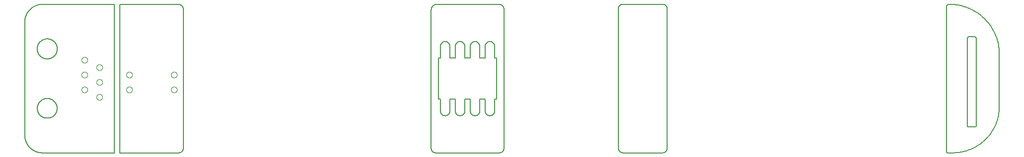
<source format=gbr>
G04 EAGLE Gerber RS-274X export*
G75*
%MOMM*%
%FSLAX34Y34*%
%LPD*%
%INStiffener_BOT*%
%IPPOS*%
%AMOC8*
5,1,8,0,0,1.08239X$1,22.5*%
G01*
%ADD10C,0.152400*%
%ADD11C,0.101600*%


D10*
X920750Y431800D02*
X1027113Y431800D01*
X1035050Y423863D02*
X1035050Y185738D01*
X1027113Y177800D02*
X919163Y177800D01*
X911225Y185738D02*
X911225Y422275D01*
X1236663Y431800D02*
X1306513Y431800D01*
X1312863Y425450D02*
X1312863Y185738D01*
X1304925Y177800D02*
X1238250Y177800D01*
X1230313Y185738D02*
X1230313Y425450D01*
X371475Y431800D02*
X249238Y431800D01*
X371475Y431800D02*
X371475Y177800D01*
X249238Y177800D01*
X219075Y207963D02*
X219075Y401638D01*
X381000Y431800D02*
X381000Y177800D01*
X381000Y431800D02*
X481013Y431800D01*
X488950Y423863D02*
X488950Y185738D01*
X481013Y177800D02*
X381000Y177800D01*
X923925Y339725D02*
X927100Y339725D01*
X942975Y339725D02*
X952500Y339725D01*
X968375Y339725D02*
X977900Y339725D01*
X993775Y339725D02*
X1003300Y339725D01*
X1019175Y339725D02*
X1022350Y339725D01*
X1022350Y269875D01*
X1019175Y269875D01*
X1003300Y269875D02*
X993775Y269875D01*
X977900Y269875D02*
X968375Y269875D01*
X952500Y269875D02*
X942975Y269875D01*
X927100Y269875D02*
X923925Y269875D01*
X923925Y339725D01*
X927100Y249238D02*
X927102Y249046D01*
X927109Y248854D01*
X927121Y248663D01*
X927137Y248472D01*
X927158Y248281D01*
X927183Y248091D01*
X927213Y247902D01*
X927248Y247713D01*
X927287Y247525D01*
X927331Y247338D01*
X927379Y247153D01*
X927431Y246968D01*
X927489Y246785D01*
X927550Y246603D01*
X927616Y246423D01*
X927686Y246245D01*
X927761Y246068D01*
X927839Y245893D01*
X927922Y245720D01*
X928009Y245549D01*
X928100Y245380D01*
X928196Y245214D01*
X928295Y245050D01*
X928398Y244888D01*
X928505Y244729D01*
X928616Y244572D01*
X928731Y244418D01*
X928849Y244267D01*
X928971Y244119D01*
X929096Y243974D01*
X929225Y243832D01*
X929358Y243693D01*
X929493Y243558D01*
X929632Y243425D01*
X929774Y243296D01*
X929919Y243171D01*
X930067Y243049D01*
X930218Y242931D01*
X930372Y242816D01*
X930529Y242705D01*
X930688Y242598D01*
X930850Y242495D01*
X931014Y242396D01*
X931180Y242300D01*
X931349Y242209D01*
X931520Y242122D01*
X931693Y242039D01*
X931868Y241961D01*
X932045Y241886D01*
X932223Y241816D01*
X932403Y241750D01*
X932585Y241689D01*
X932768Y241631D01*
X932953Y241579D01*
X933138Y241531D01*
X933325Y241487D01*
X933513Y241448D01*
X933702Y241413D01*
X933891Y241383D01*
X934081Y241358D01*
X934272Y241337D01*
X934463Y241321D01*
X934654Y241309D01*
X934846Y241302D01*
X935038Y241300D01*
X927100Y249238D02*
X927100Y269875D01*
X942976Y249238D02*
X942974Y249046D01*
X942967Y248854D01*
X942955Y248663D01*
X942939Y248472D01*
X942918Y248281D01*
X942893Y248091D01*
X942863Y247902D01*
X942828Y247713D01*
X942789Y247525D01*
X942745Y247338D01*
X942697Y247153D01*
X942645Y246968D01*
X942587Y246785D01*
X942526Y246603D01*
X942460Y246423D01*
X942390Y246245D01*
X942315Y246068D01*
X942237Y245893D01*
X942154Y245720D01*
X942067Y245549D01*
X941976Y245380D01*
X941880Y245214D01*
X941781Y245050D01*
X941678Y244888D01*
X941571Y244729D01*
X941460Y244572D01*
X941345Y244418D01*
X941227Y244267D01*
X941105Y244119D01*
X940980Y243974D01*
X940851Y243832D01*
X940718Y243693D01*
X940583Y243558D01*
X940444Y243425D01*
X940302Y243296D01*
X940157Y243171D01*
X940009Y243049D01*
X939858Y242931D01*
X939704Y242816D01*
X939547Y242705D01*
X939388Y242598D01*
X939226Y242495D01*
X939062Y242396D01*
X938896Y242300D01*
X938727Y242209D01*
X938556Y242122D01*
X938383Y242039D01*
X938208Y241961D01*
X938031Y241886D01*
X937853Y241816D01*
X937673Y241750D01*
X937491Y241689D01*
X937308Y241631D01*
X937123Y241579D01*
X936938Y241531D01*
X936751Y241487D01*
X936563Y241448D01*
X936374Y241413D01*
X936185Y241383D01*
X935995Y241358D01*
X935804Y241337D01*
X935613Y241321D01*
X935422Y241309D01*
X935230Y241302D01*
X935038Y241300D01*
X942975Y249238D02*
X942975Y269875D01*
X952500Y249238D02*
X952502Y249046D01*
X952509Y248854D01*
X952521Y248663D01*
X952537Y248472D01*
X952558Y248281D01*
X952583Y248091D01*
X952613Y247902D01*
X952648Y247713D01*
X952687Y247525D01*
X952731Y247338D01*
X952779Y247153D01*
X952831Y246968D01*
X952889Y246785D01*
X952950Y246603D01*
X953016Y246423D01*
X953086Y246245D01*
X953161Y246068D01*
X953239Y245893D01*
X953322Y245720D01*
X953409Y245549D01*
X953500Y245380D01*
X953596Y245214D01*
X953695Y245050D01*
X953798Y244888D01*
X953905Y244729D01*
X954016Y244572D01*
X954131Y244418D01*
X954249Y244267D01*
X954371Y244119D01*
X954496Y243974D01*
X954625Y243832D01*
X954758Y243693D01*
X954893Y243558D01*
X955032Y243425D01*
X955174Y243296D01*
X955319Y243171D01*
X955467Y243049D01*
X955618Y242931D01*
X955772Y242816D01*
X955929Y242705D01*
X956088Y242598D01*
X956250Y242495D01*
X956414Y242396D01*
X956580Y242300D01*
X956749Y242209D01*
X956920Y242122D01*
X957093Y242039D01*
X957268Y241961D01*
X957445Y241886D01*
X957623Y241816D01*
X957803Y241750D01*
X957985Y241689D01*
X958168Y241631D01*
X958353Y241579D01*
X958538Y241531D01*
X958725Y241487D01*
X958913Y241448D01*
X959102Y241413D01*
X959291Y241383D01*
X959481Y241358D01*
X959672Y241337D01*
X959863Y241321D01*
X960054Y241309D01*
X960246Y241302D01*
X960438Y241300D01*
X952500Y249238D02*
X952500Y269875D01*
X968376Y249238D02*
X968374Y249046D01*
X968367Y248854D01*
X968355Y248663D01*
X968339Y248472D01*
X968318Y248281D01*
X968293Y248091D01*
X968263Y247902D01*
X968228Y247713D01*
X968189Y247525D01*
X968145Y247338D01*
X968097Y247153D01*
X968045Y246968D01*
X967987Y246785D01*
X967926Y246603D01*
X967860Y246423D01*
X967790Y246245D01*
X967715Y246068D01*
X967637Y245893D01*
X967554Y245720D01*
X967467Y245549D01*
X967376Y245380D01*
X967280Y245214D01*
X967181Y245050D01*
X967078Y244888D01*
X966971Y244729D01*
X966860Y244572D01*
X966745Y244418D01*
X966627Y244267D01*
X966505Y244119D01*
X966380Y243974D01*
X966251Y243832D01*
X966118Y243693D01*
X965983Y243558D01*
X965844Y243425D01*
X965702Y243296D01*
X965557Y243171D01*
X965409Y243049D01*
X965258Y242931D01*
X965104Y242816D01*
X964947Y242705D01*
X964788Y242598D01*
X964626Y242495D01*
X964462Y242396D01*
X964296Y242300D01*
X964127Y242209D01*
X963956Y242122D01*
X963783Y242039D01*
X963608Y241961D01*
X963431Y241886D01*
X963253Y241816D01*
X963073Y241750D01*
X962891Y241689D01*
X962708Y241631D01*
X962523Y241579D01*
X962338Y241531D01*
X962151Y241487D01*
X961963Y241448D01*
X961774Y241413D01*
X961585Y241383D01*
X961395Y241358D01*
X961204Y241337D01*
X961013Y241321D01*
X960822Y241309D01*
X960630Y241302D01*
X960438Y241300D01*
X968375Y249238D02*
X968375Y269875D01*
X977900Y249238D02*
X977902Y249046D01*
X977909Y248854D01*
X977921Y248663D01*
X977937Y248472D01*
X977958Y248281D01*
X977983Y248091D01*
X978013Y247902D01*
X978048Y247713D01*
X978087Y247525D01*
X978131Y247338D01*
X978179Y247153D01*
X978231Y246968D01*
X978289Y246785D01*
X978350Y246603D01*
X978416Y246423D01*
X978486Y246245D01*
X978561Y246068D01*
X978639Y245893D01*
X978722Y245720D01*
X978809Y245549D01*
X978900Y245380D01*
X978996Y245214D01*
X979095Y245050D01*
X979198Y244888D01*
X979305Y244729D01*
X979416Y244572D01*
X979531Y244418D01*
X979649Y244267D01*
X979771Y244119D01*
X979896Y243974D01*
X980025Y243832D01*
X980158Y243693D01*
X980293Y243558D01*
X980432Y243425D01*
X980574Y243296D01*
X980719Y243171D01*
X980867Y243049D01*
X981018Y242931D01*
X981172Y242816D01*
X981329Y242705D01*
X981488Y242598D01*
X981650Y242495D01*
X981814Y242396D01*
X981980Y242300D01*
X982149Y242209D01*
X982320Y242122D01*
X982493Y242039D01*
X982668Y241961D01*
X982845Y241886D01*
X983023Y241816D01*
X983203Y241750D01*
X983385Y241689D01*
X983568Y241631D01*
X983753Y241579D01*
X983938Y241531D01*
X984125Y241487D01*
X984313Y241448D01*
X984502Y241413D01*
X984691Y241383D01*
X984881Y241358D01*
X985072Y241337D01*
X985263Y241321D01*
X985454Y241309D01*
X985646Y241302D01*
X985838Y241300D01*
X977900Y249238D02*
X977900Y269875D01*
X993776Y249238D02*
X993774Y249046D01*
X993767Y248854D01*
X993755Y248663D01*
X993739Y248472D01*
X993718Y248281D01*
X993693Y248091D01*
X993663Y247902D01*
X993628Y247713D01*
X993589Y247525D01*
X993545Y247338D01*
X993497Y247153D01*
X993445Y246968D01*
X993387Y246785D01*
X993326Y246603D01*
X993260Y246423D01*
X993190Y246245D01*
X993115Y246068D01*
X993037Y245893D01*
X992954Y245720D01*
X992867Y245549D01*
X992776Y245380D01*
X992680Y245214D01*
X992581Y245050D01*
X992478Y244888D01*
X992371Y244729D01*
X992260Y244572D01*
X992145Y244418D01*
X992027Y244267D01*
X991905Y244119D01*
X991780Y243974D01*
X991651Y243832D01*
X991518Y243693D01*
X991383Y243558D01*
X991244Y243425D01*
X991102Y243296D01*
X990957Y243171D01*
X990809Y243049D01*
X990658Y242931D01*
X990504Y242816D01*
X990347Y242705D01*
X990188Y242598D01*
X990026Y242495D01*
X989862Y242396D01*
X989696Y242300D01*
X989527Y242209D01*
X989356Y242122D01*
X989183Y242039D01*
X989008Y241961D01*
X988831Y241886D01*
X988653Y241816D01*
X988473Y241750D01*
X988291Y241689D01*
X988108Y241631D01*
X987923Y241579D01*
X987738Y241531D01*
X987551Y241487D01*
X987363Y241448D01*
X987174Y241413D01*
X986985Y241383D01*
X986795Y241358D01*
X986604Y241337D01*
X986413Y241321D01*
X986222Y241309D01*
X986030Y241302D01*
X985838Y241300D01*
X993775Y249238D02*
X993775Y269875D01*
X1003300Y249238D02*
X1003302Y249046D01*
X1003309Y248854D01*
X1003321Y248663D01*
X1003337Y248472D01*
X1003358Y248281D01*
X1003383Y248091D01*
X1003413Y247902D01*
X1003448Y247713D01*
X1003487Y247525D01*
X1003531Y247338D01*
X1003579Y247153D01*
X1003631Y246968D01*
X1003689Y246785D01*
X1003750Y246603D01*
X1003816Y246423D01*
X1003886Y246245D01*
X1003961Y246068D01*
X1004039Y245893D01*
X1004122Y245720D01*
X1004209Y245549D01*
X1004300Y245380D01*
X1004396Y245214D01*
X1004495Y245050D01*
X1004598Y244888D01*
X1004705Y244729D01*
X1004816Y244572D01*
X1004931Y244418D01*
X1005049Y244267D01*
X1005171Y244119D01*
X1005296Y243974D01*
X1005425Y243832D01*
X1005558Y243693D01*
X1005693Y243558D01*
X1005832Y243425D01*
X1005974Y243296D01*
X1006119Y243171D01*
X1006267Y243049D01*
X1006418Y242931D01*
X1006572Y242816D01*
X1006729Y242705D01*
X1006888Y242598D01*
X1007050Y242495D01*
X1007214Y242396D01*
X1007380Y242300D01*
X1007549Y242209D01*
X1007720Y242122D01*
X1007893Y242039D01*
X1008068Y241961D01*
X1008245Y241886D01*
X1008423Y241816D01*
X1008603Y241750D01*
X1008785Y241689D01*
X1008968Y241631D01*
X1009153Y241579D01*
X1009338Y241531D01*
X1009525Y241487D01*
X1009713Y241448D01*
X1009902Y241413D01*
X1010091Y241383D01*
X1010281Y241358D01*
X1010472Y241337D01*
X1010663Y241321D01*
X1010854Y241309D01*
X1011046Y241302D01*
X1011238Y241300D01*
X1003300Y249238D02*
X1003300Y269875D01*
X1019176Y249238D02*
X1019174Y249046D01*
X1019167Y248854D01*
X1019155Y248663D01*
X1019139Y248472D01*
X1019118Y248281D01*
X1019093Y248091D01*
X1019063Y247902D01*
X1019028Y247713D01*
X1018989Y247525D01*
X1018945Y247338D01*
X1018897Y247153D01*
X1018845Y246968D01*
X1018787Y246785D01*
X1018726Y246603D01*
X1018660Y246423D01*
X1018590Y246245D01*
X1018515Y246068D01*
X1018437Y245893D01*
X1018354Y245720D01*
X1018267Y245549D01*
X1018176Y245380D01*
X1018080Y245214D01*
X1017981Y245050D01*
X1017878Y244888D01*
X1017771Y244729D01*
X1017660Y244572D01*
X1017545Y244418D01*
X1017427Y244267D01*
X1017305Y244119D01*
X1017180Y243974D01*
X1017051Y243832D01*
X1016918Y243693D01*
X1016783Y243558D01*
X1016644Y243425D01*
X1016502Y243296D01*
X1016357Y243171D01*
X1016209Y243049D01*
X1016058Y242931D01*
X1015904Y242816D01*
X1015747Y242705D01*
X1015588Y242598D01*
X1015426Y242495D01*
X1015262Y242396D01*
X1015096Y242300D01*
X1014927Y242209D01*
X1014756Y242122D01*
X1014583Y242039D01*
X1014408Y241961D01*
X1014231Y241886D01*
X1014053Y241816D01*
X1013873Y241750D01*
X1013691Y241689D01*
X1013508Y241631D01*
X1013323Y241579D01*
X1013138Y241531D01*
X1012951Y241487D01*
X1012763Y241448D01*
X1012574Y241413D01*
X1012385Y241383D01*
X1012195Y241358D01*
X1012004Y241337D01*
X1011813Y241321D01*
X1011622Y241309D01*
X1011430Y241302D01*
X1011238Y241300D01*
X1019175Y249238D02*
X1019175Y269875D01*
X1019176Y360363D02*
X1019174Y360555D01*
X1019167Y360747D01*
X1019155Y360938D01*
X1019139Y361129D01*
X1019118Y361320D01*
X1019093Y361510D01*
X1019063Y361699D01*
X1019028Y361888D01*
X1018989Y362076D01*
X1018945Y362263D01*
X1018897Y362448D01*
X1018845Y362633D01*
X1018787Y362816D01*
X1018726Y362998D01*
X1018660Y363178D01*
X1018590Y363356D01*
X1018515Y363533D01*
X1018437Y363708D01*
X1018354Y363881D01*
X1018267Y364052D01*
X1018176Y364221D01*
X1018080Y364387D01*
X1017981Y364551D01*
X1017878Y364713D01*
X1017771Y364872D01*
X1017660Y365029D01*
X1017545Y365183D01*
X1017427Y365334D01*
X1017305Y365482D01*
X1017180Y365627D01*
X1017051Y365769D01*
X1016918Y365908D01*
X1016783Y366043D01*
X1016644Y366176D01*
X1016502Y366305D01*
X1016357Y366430D01*
X1016209Y366552D01*
X1016058Y366670D01*
X1015904Y366785D01*
X1015747Y366896D01*
X1015588Y367003D01*
X1015426Y367106D01*
X1015262Y367205D01*
X1015096Y367301D01*
X1014927Y367392D01*
X1014756Y367479D01*
X1014583Y367562D01*
X1014408Y367640D01*
X1014231Y367715D01*
X1014053Y367785D01*
X1013873Y367851D01*
X1013691Y367912D01*
X1013508Y367970D01*
X1013323Y368022D01*
X1013138Y368070D01*
X1012951Y368114D01*
X1012763Y368153D01*
X1012574Y368188D01*
X1012385Y368218D01*
X1012195Y368243D01*
X1012004Y368264D01*
X1011813Y368280D01*
X1011622Y368292D01*
X1011430Y368299D01*
X1011238Y368301D01*
X1019175Y360363D02*
X1019175Y339725D01*
X1003300Y360363D02*
X1003302Y360555D01*
X1003309Y360747D01*
X1003321Y360938D01*
X1003337Y361129D01*
X1003358Y361320D01*
X1003383Y361510D01*
X1003413Y361699D01*
X1003448Y361888D01*
X1003487Y362076D01*
X1003531Y362263D01*
X1003579Y362448D01*
X1003631Y362633D01*
X1003689Y362816D01*
X1003750Y362998D01*
X1003816Y363178D01*
X1003886Y363356D01*
X1003961Y363533D01*
X1004039Y363708D01*
X1004122Y363881D01*
X1004209Y364052D01*
X1004300Y364221D01*
X1004396Y364387D01*
X1004495Y364551D01*
X1004598Y364713D01*
X1004705Y364872D01*
X1004816Y365029D01*
X1004931Y365183D01*
X1005049Y365334D01*
X1005171Y365482D01*
X1005296Y365627D01*
X1005425Y365769D01*
X1005558Y365908D01*
X1005693Y366043D01*
X1005832Y366176D01*
X1005974Y366305D01*
X1006119Y366430D01*
X1006267Y366552D01*
X1006418Y366670D01*
X1006572Y366785D01*
X1006729Y366896D01*
X1006888Y367003D01*
X1007050Y367106D01*
X1007214Y367205D01*
X1007380Y367301D01*
X1007549Y367392D01*
X1007720Y367479D01*
X1007893Y367562D01*
X1008068Y367640D01*
X1008245Y367715D01*
X1008423Y367785D01*
X1008603Y367851D01*
X1008785Y367912D01*
X1008968Y367970D01*
X1009153Y368022D01*
X1009338Y368070D01*
X1009525Y368114D01*
X1009713Y368153D01*
X1009902Y368188D01*
X1010091Y368218D01*
X1010281Y368243D01*
X1010472Y368264D01*
X1010663Y368280D01*
X1010854Y368292D01*
X1011046Y368299D01*
X1011238Y368301D01*
X1003300Y360363D02*
X1003300Y339725D01*
X993776Y360363D02*
X993774Y360555D01*
X993767Y360747D01*
X993755Y360938D01*
X993739Y361129D01*
X993718Y361320D01*
X993693Y361510D01*
X993663Y361699D01*
X993628Y361888D01*
X993589Y362076D01*
X993545Y362263D01*
X993497Y362448D01*
X993445Y362633D01*
X993387Y362816D01*
X993326Y362998D01*
X993260Y363178D01*
X993190Y363356D01*
X993115Y363533D01*
X993037Y363708D01*
X992954Y363881D01*
X992867Y364052D01*
X992776Y364221D01*
X992680Y364387D01*
X992581Y364551D01*
X992478Y364713D01*
X992371Y364872D01*
X992260Y365029D01*
X992145Y365183D01*
X992027Y365334D01*
X991905Y365482D01*
X991780Y365627D01*
X991651Y365769D01*
X991518Y365908D01*
X991383Y366043D01*
X991244Y366176D01*
X991102Y366305D01*
X990957Y366430D01*
X990809Y366552D01*
X990658Y366670D01*
X990504Y366785D01*
X990347Y366896D01*
X990188Y367003D01*
X990026Y367106D01*
X989862Y367205D01*
X989696Y367301D01*
X989527Y367392D01*
X989356Y367479D01*
X989183Y367562D01*
X989008Y367640D01*
X988831Y367715D01*
X988653Y367785D01*
X988473Y367851D01*
X988291Y367912D01*
X988108Y367970D01*
X987923Y368022D01*
X987738Y368070D01*
X987551Y368114D01*
X987363Y368153D01*
X987174Y368188D01*
X986985Y368218D01*
X986795Y368243D01*
X986604Y368264D01*
X986413Y368280D01*
X986222Y368292D01*
X986030Y368299D01*
X985838Y368301D01*
X993775Y360363D02*
X993775Y339725D01*
X977900Y360363D02*
X977902Y360555D01*
X977909Y360747D01*
X977921Y360938D01*
X977937Y361129D01*
X977958Y361320D01*
X977983Y361510D01*
X978013Y361699D01*
X978048Y361888D01*
X978087Y362076D01*
X978131Y362263D01*
X978179Y362448D01*
X978231Y362633D01*
X978289Y362816D01*
X978350Y362998D01*
X978416Y363178D01*
X978486Y363356D01*
X978561Y363533D01*
X978639Y363708D01*
X978722Y363881D01*
X978809Y364052D01*
X978900Y364221D01*
X978996Y364387D01*
X979095Y364551D01*
X979198Y364713D01*
X979305Y364872D01*
X979416Y365029D01*
X979531Y365183D01*
X979649Y365334D01*
X979771Y365482D01*
X979896Y365627D01*
X980025Y365769D01*
X980158Y365908D01*
X980293Y366043D01*
X980432Y366176D01*
X980574Y366305D01*
X980719Y366430D01*
X980867Y366552D01*
X981018Y366670D01*
X981172Y366785D01*
X981329Y366896D01*
X981488Y367003D01*
X981650Y367106D01*
X981814Y367205D01*
X981980Y367301D01*
X982149Y367392D01*
X982320Y367479D01*
X982493Y367562D01*
X982668Y367640D01*
X982845Y367715D01*
X983023Y367785D01*
X983203Y367851D01*
X983385Y367912D01*
X983568Y367970D01*
X983753Y368022D01*
X983938Y368070D01*
X984125Y368114D01*
X984313Y368153D01*
X984502Y368188D01*
X984691Y368218D01*
X984881Y368243D01*
X985072Y368264D01*
X985263Y368280D01*
X985454Y368292D01*
X985646Y368299D01*
X985838Y368301D01*
X977900Y360363D02*
X977900Y339725D01*
X968376Y360363D02*
X968374Y360555D01*
X968367Y360747D01*
X968355Y360938D01*
X968339Y361129D01*
X968318Y361320D01*
X968293Y361510D01*
X968263Y361699D01*
X968228Y361888D01*
X968189Y362076D01*
X968145Y362263D01*
X968097Y362448D01*
X968045Y362633D01*
X967987Y362816D01*
X967926Y362998D01*
X967860Y363178D01*
X967790Y363356D01*
X967715Y363533D01*
X967637Y363708D01*
X967554Y363881D01*
X967467Y364052D01*
X967376Y364221D01*
X967280Y364387D01*
X967181Y364551D01*
X967078Y364713D01*
X966971Y364872D01*
X966860Y365029D01*
X966745Y365183D01*
X966627Y365334D01*
X966505Y365482D01*
X966380Y365627D01*
X966251Y365769D01*
X966118Y365908D01*
X965983Y366043D01*
X965844Y366176D01*
X965702Y366305D01*
X965557Y366430D01*
X965409Y366552D01*
X965258Y366670D01*
X965104Y366785D01*
X964947Y366896D01*
X964788Y367003D01*
X964626Y367106D01*
X964462Y367205D01*
X964296Y367301D01*
X964127Y367392D01*
X963956Y367479D01*
X963783Y367562D01*
X963608Y367640D01*
X963431Y367715D01*
X963253Y367785D01*
X963073Y367851D01*
X962891Y367912D01*
X962708Y367970D01*
X962523Y368022D01*
X962338Y368070D01*
X962151Y368114D01*
X961963Y368153D01*
X961774Y368188D01*
X961585Y368218D01*
X961395Y368243D01*
X961204Y368264D01*
X961013Y368280D01*
X960822Y368292D01*
X960630Y368299D01*
X960438Y368301D01*
X968375Y360363D02*
X968375Y339725D01*
X952500Y360363D02*
X952502Y360555D01*
X952509Y360747D01*
X952521Y360938D01*
X952537Y361129D01*
X952558Y361320D01*
X952583Y361510D01*
X952613Y361699D01*
X952648Y361888D01*
X952687Y362076D01*
X952731Y362263D01*
X952779Y362448D01*
X952831Y362633D01*
X952889Y362816D01*
X952950Y362998D01*
X953016Y363178D01*
X953086Y363356D01*
X953161Y363533D01*
X953239Y363708D01*
X953322Y363881D01*
X953409Y364052D01*
X953500Y364221D01*
X953596Y364387D01*
X953695Y364551D01*
X953798Y364713D01*
X953905Y364872D01*
X954016Y365029D01*
X954131Y365183D01*
X954249Y365334D01*
X954371Y365482D01*
X954496Y365627D01*
X954625Y365769D01*
X954758Y365908D01*
X954893Y366043D01*
X955032Y366176D01*
X955174Y366305D01*
X955319Y366430D01*
X955467Y366552D01*
X955618Y366670D01*
X955772Y366785D01*
X955929Y366896D01*
X956088Y367003D01*
X956250Y367106D01*
X956414Y367205D01*
X956580Y367301D01*
X956749Y367392D01*
X956920Y367479D01*
X957093Y367562D01*
X957268Y367640D01*
X957445Y367715D01*
X957623Y367785D01*
X957803Y367851D01*
X957985Y367912D01*
X958168Y367970D01*
X958353Y368022D01*
X958538Y368070D01*
X958725Y368114D01*
X958913Y368153D01*
X959102Y368188D01*
X959291Y368218D01*
X959481Y368243D01*
X959672Y368264D01*
X959863Y368280D01*
X960054Y368292D01*
X960246Y368299D01*
X960438Y368301D01*
X952500Y360363D02*
X952500Y339725D01*
X942976Y360363D02*
X942974Y360555D01*
X942967Y360747D01*
X942955Y360938D01*
X942939Y361129D01*
X942918Y361320D01*
X942893Y361510D01*
X942863Y361699D01*
X942828Y361888D01*
X942789Y362076D01*
X942745Y362263D01*
X942697Y362448D01*
X942645Y362633D01*
X942587Y362816D01*
X942526Y362998D01*
X942460Y363178D01*
X942390Y363356D01*
X942315Y363533D01*
X942237Y363708D01*
X942154Y363881D01*
X942067Y364052D01*
X941976Y364221D01*
X941880Y364387D01*
X941781Y364551D01*
X941678Y364713D01*
X941571Y364872D01*
X941460Y365029D01*
X941345Y365183D01*
X941227Y365334D01*
X941105Y365482D01*
X940980Y365627D01*
X940851Y365769D01*
X940718Y365908D01*
X940583Y366043D01*
X940444Y366176D01*
X940302Y366305D01*
X940157Y366430D01*
X940009Y366552D01*
X939858Y366670D01*
X939704Y366785D01*
X939547Y366896D01*
X939388Y367003D01*
X939226Y367106D01*
X939062Y367205D01*
X938896Y367301D01*
X938727Y367392D01*
X938556Y367479D01*
X938383Y367562D01*
X938208Y367640D01*
X938031Y367715D01*
X937853Y367785D01*
X937673Y367851D01*
X937491Y367912D01*
X937308Y367970D01*
X937123Y368022D01*
X936938Y368070D01*
X936751Y368114D01*
X936563Y368153D01*
X936374Y368188D01*
X936185Y368218D01*
X935995Y368243D01*
X935804Y368264D01*
X935613Y368280D01*
X935422Y368292D01*
X935230Y368299D01*
X935038Y368301D01*
X942975Y360363D02*
X942975Y339725D01*
X927100Y360363D02*
X927102Y360555D01*
X927109Y360747D01*
X927121Y360938D01*
X927137Y361129D01*
X927158Y361320D01*
X927183Y361510D01*
X927213Y361699D01*
X927248Y361888D01*
X927287Y362076D01*
X927331Y362263D01*
X927379Y362448D01*
X927431Y362633D01*
X927489Y362816D01*
X927550Y362998D01*
X927616Y363178D01*
X927686Y363356D01*
X927761Y363533D01*
X927839Y363708D01*
X927922Y363881D01*
X928009Y364052D01*
X928100Y364221D01*
X928196Y364387D01*
X928295Y364551D01*
X928398Y364713D01*
X928505Y364872D01*
X928616Y365029D01*
X928731Y365183D01*
X928849Y365334D01*
X928971Y365482D01*
X929096Y365627D01*
X929225Y365769D01*
X929358Y365908D01*
X929493Y366043D01*
X929632Y366176D01*
X929774Y366305D01*
X929919Y366430D01*
X930067Y366552D01*
X930218Y366670D01*
X930372Y366785D01*
X930529Y366896D01*
X930688Y367003D01*
X930850Y367106D01*
X931014Y367205D01*
X931180Y367301D01*
X931349Y367392D01*
X931520Y367479D01*
X931693Y367562D01*
X931868Y367640D01*
X932045Y367715D01*
X932223Y367785D01*
X932403Y367851D01*
X932585Y367912D01*
X932768Y367970D01*
X932953Y368022D01*
X933138Y368070D01*
X933325Y368114D01*
X933513Y368153D01*
X933702Y368188D01*
X933891Y368218D01*
X934081Y368243D01*
X934272Y368264D01*
X934463Y368280D01*
X934654Y368292D01*
X934846Y368299D01*
X935038Y368301D01*
X927100Y360363D02*
X927100Y339725D01*
X240077Y355600D02*
X240082Y356020D01*
X240098Y356439D01*
X240123Y356858D01*
X240159Y357276D01*
X240206Y357693D01*
X240262Y358109D01*
X240329Y358523D01*
X240406Y358936D01*
X240492Y359346D01*
X240589Y359754D01*
X240696Y360160D01*
X240813Y360563D01*
X240940Y360963D01*
X241076Y361360D01*
X241223Y361753D01*
X241379Y362143D01*
X241544Y362529D01*
X241719Y362910D01*
X241903Y363287D01*
X242096Y363660D01*
X242298Y364028D01*
X242510Y364390D01*
X242730Y364747D01*
X242959Y365099D01*
X243196Y365445D01*
X243442Y365785D01*
X243696Y366119D01*
X243958Y366447D01*
X244228Y366768D01*
X244506Y367082D01*
X244792Y367390D01*
X245085Y367690D01*
X245385Y367983D01*
X245693Y368269D01*
X246007Y368547D01*
X246328Y368817D01*
X246656Y369079D01*
X246990Y369333D01*
X247330Y369579D01*
X247676Y369816D01*
X248028Y370045D01*
X248385Y370265D01*
X248747Y370477D01*
X249115Y370679D01*
X249488Y370872D01*
X249865Y371056D01*
X250246Y371231D01*
X250632Y371396D01*
X251022Y371552D01*
X251415Y371699D01*
X251812Y371835D01*
X252212Y371962D01*
X252615Y372079D01*
X253021Y372186D01*
X253429Y372283D01*
X253839Y372369D01*
X254252Y372446D01*
X254666Y372513D01*
X255082Y372569D01*
X255499Y372616D01*
X255917Y372652D01*
X256336Y372677D01*
X256755Y372693D01*
X257175Y372698D01*
X257595Y372693D01*
X258014Y372677D01*
X258433Y372652D01*
X258851Y372616D01*
X259268Y372569D01*
X259684Y372513D01*
X260098Y372446D01*
X260511Y372369D01*
X260921Y372283D01*
X261329Y372186D01*
X261735Y372079D01*
X262138Y371962D01*
X262538Y371835D01*
X262935Y371699D01*
X263328Y371552D01*
X263718Y371396D01*
X264104Y371231D01*
X264485Y371056D01*
X264862Y370872D01*
X265235Y370679D01*
X265603Y370477D01*
X265965Y370265D01*
X266322Y370045D01*
X266674Y369816D01*
X267020Y369579D01*
X267360Y369333D01*
X267694Y369079D01*
X268022Y368817D01*
X268343Y368547D01*
X268657Y368269D01*
X268965Y367983D01*
X269265Y367690D01*
X269558Y367390D01*
X269844Y367082D01*
X270122Y366768D01*
X270392Y366447D01*
X270654Y366119D01*
X270908Y365785D01*
X271154Y365445D01*
X271391Y365099D01*
X271620Y364747D01*
X271840Y364390D01*
X272052Y364028D01*
X272254Y363660D01*
X272447Y363287D01*
X272631Y362910D01*
X272806Y362529D01*
X272971Y362143D01*
X273127Y361753D01*
X273274Y361360D01*
X273410Y360963D01*
X273537Y360563D01*
X273654Y360160D01*
X273761Y359754D01*
X273858Y359346D01*
X273944Y358936D01*
X274021Y358523D01*
X274088Y358109D01*
X274144Y357693D01*
X274191Y357276D01*
X274227Y356858D01*
X274252Y356439D01*
X274268Y356020D01*
X274273Y355600D01*
X274268Y355180D01*
X274252Y354761D01*
X274227Y354342D01*
X274191Y353924D01*
X274144Y353507D01*
X274088Y353091D01*
X274021Y352677D01*
X273944Y352264D01*
X273858Y351854D01*
X273761Y351446D01*
X273654Y351040D01*
X273537Y350637D01*
X273410Y350237D01*
X273274Y349840D01*
X273127Y349447D01*
X272971Y349057D01*
X272806Y348671D01*
X272631Y348290D01*
X272447Y347913D01*
X272254Y347540D01*
X272052Y347172D01*
X271840Y346810D01*
X271620Y346453D01*
X271391Y346101D01*
X271154Y345755D01*
X270908Y345415D01*
X270654Y345081D01*
X270392Y344753D01*
X270122Y344432D01*
X269844Y344118D01*
X269558Y343810D01*
X269265Y343510D01*
X268965Y343217D01*
X268657Y342931D01*
X268343Y342653D01*
X268022Y342383D01*
X267694Y342121D01*
X267360Y341867D01*
X267020Y341621D01*
X266674Y341384D01*
X266322Y341155D01*
X265965Y340935D01*
X265603Y340723D01*
X265235Y340521D01*
X264862Y340328D01*
X264485Y340144D01*
X264104Y339969D01*
X263718Y339804D01*
X263328Y339648D01*
X262935Y339501D01*
X262538Y339365D01*
X262138Y339238D01*
X261735Y339121D01*
X261329Y339014D01*
X260921Y338917D01*
X260511Y338831D01*
X260098Y338754D01*
X259684Y338687D01*
X259268Y338631D01*
X258851Y338584D01*
X258433Y338548D01*
X258014Y338523D01*
X257595Y338507D01*
X257175Y338502D01*
X256755Y338507D01*
X256336Y338523D01*
X255917Y338548D01*
X255499Y338584D01*
X255082Y338631D01*
X254666Y338687D01*
X254252Y338754D01*
X253839Y338831D01*
X253429Y338917D01*
X253021Y339014D01*
X252615Y339121D01*
X252212Y339238D01*
X251812Y339365D01*
X251415Y339501D01*
X251022Y339648D01*
X250632Y339804D01*
X250246Y339969D01*
X249865Y340144D01*
X249488Y340328D01*
X249115Y340521D01*
X248747Y340723D01*
X248385Y340935D01*
X248028Y341155D01*
X247676Y341384D01*
X247330Y341621D01*
X246990Y341867D01*
X246656Y342121D01*
X246328Y342383D01*
X246007Y342653D01*
X245693Y342931D01*
X245385Y343217D01*
X245085Y343510D01*
X244792Y343810D01*
X244506Y344118D01*
X244228Y344432D01*
X243958Y344753D01*
X243696Y345081D01*
X243442Y345415D01*
X243196Y345755D01*
X242959Y346101D01*
X242730Y346453D01*
X242510Y346810D01*
X242298Y347172D01*
X242096Y347540D01*
X241903Y347913D01*
X241719Y348290D01*
X241544Y348671D01*
X241379Y349057D01*
X241223Y349447D01*
X241076Y349840D01*
X240940Y350237D01*
X240813Y350637D01*
X240696Y351040D01*
X240589Y351446D01*
X240492Y351854D01*
X240406Y352264D01*
X240329Y352677D01*
X240262Y353091D01*
X240206Y353507D01*
X240159Y353924D01*
X240123Y354342D01*
X240098Y354761D01*
X240082Y355180D01*
X240077Y355600D01*
X240300Y254000D02*
X240305Y254414D01*
X240320Y254828D01*
X240346Y255241D01*
X240381Y255654D01*
X240427Y256066D01*
X240483Y256476D01*
X240548Y256885D01*
X240624Y257292D01*
X240710Y257697D01*
X240806Y258100D01*
X240911Y258501D01*
X241027Y258899D01*
X241152Y259293D01*
X241286Y259685D01*
X241431Y260073D01*
X241585Y260458D01*
X241748Y260838D01*
X241920Y261215D01*
X242102Y261587D01*
X242293Y261955D01*
X242492Y262318D01*
X242701Y262675D01*
X242918Y263028D01*
X243144Y263375D01*
X243378Y263717D01*
X243621Y264052D01*
X243872Y264382D01*
X244130Y264705D01*
X244397Y265022D01*
X244671Y265333D01*
X244953Y265636D01*
X245243Y265932D01*
X245539Y266222D01*
X245842Y266504D01*
X246153Y266778D01*
X246470Y267045D01*
X246793Y267303D01*
X247123Y267554D01*
X247458Y267797D01*
X247800Y268031D01*
X248147Y268257D01*
X248500Y268474D01*
X248857Y268683D01*
X249220Y268882D01*
X249588Y269073D01*
X249960Y269255D01*
X250337Y269427D01*
X250717Y269590D01*
X251102Y269744D01*
X251490Y269889D01*
X251882Y270023D01*
X252276Y270148D01*
X252674Y270264D01*
X253075Y270369D01*
X253478Y270465D01*
X253883Y270551D01*
X254290Y270627D01*
X254699Y270692D01*
X255109Y270748D01*
X255521Y270794D01*
X255934Y270829D01*
X256347Y270855D01*
X256761Y270870D01*
X257175Y270875D01*
X257589Y270870D01*
X258003Y270855D01*
X258416Y270829D01*
X258829Y270794D01*
X259241Y270748D01*
X259651Y270692D01*
X260060Y270627D01*
X260467Y270551D01*
X260872Y270465D01*
X261275Y270369D01*
X261676Y270264D01*
X262074Y270148D01*
X262468Y270023D01*
X262860Y269889D01*
X263248Y269744D01*
X263633Y269590D01*
X264013Y269427D01*
X264390Y269255D01*
X264762Y269073D01*
X265130Y268882D01*
X265493Y268683D01*
X265850Y268474D01*
X266203Y268257D01*
X266550Y268031D01*
X266892Y267797D01*
X267227Y267554D01*
X267557Y267303D01*
X267880Y267045D01*
X268197Y266778D01*
X268508Y266504D01*
X268811Y266222D01*
X269107Y265932D01*
X269397Y265636D01*
X269679Y265333D01*
X269953Y265022D01*
X270220Y264705D01*
X270478Y264382D01*
X270729Y264052D01*
X270972Y263717D01*
X271206Y263375D01*
X271432Y263028D01*
X271649Y262675D01*
X271858Y262318D01*
X272057Y261955D01*
X272248Y261587D01*
X272430Y261215D01*
X272602Y260838D01*
X272765Y260458D01*
X272919Y260073D01*
X273064Y259685D01*
X273198Y259293D01*
X273323Y258899D01*
X273439Y258501D01*
X273544Y258100D01*
X273640Y257697D01*
X273726Y257292D01*
X273802Y256885D01*
X273867Y256476D01*
X273923Y256066D01*
X273969Y255654D01*
X274004Y255241D01*
X274030Y254828D01*
X274045Y254414D01*
X274050Y254000D01*
X274045Y253586D01*
X274030Y253172D01*
X274004Y252759D01*
X273969Y252346D01*
X273923Y251934D01*
X273867Y251524D01*
X273802Y251115D01*
X273726Y250708D01*
X273640Y250303D01*
X273544Y249900D01*
X273439Y249499D01*
X273323Y249101D01*
X273198Y248707D01*
X273064Y248315D01*
X272919Y247927D01*
X272765Y247542D01*
X272602Y247162D01*
X272430Y246785D01*
X272248Y246413D01*
X272057Y246045D01*
X271858Y245682D01*
X271649Y245325D01*
X271432Y244972D01*
X271206Y244625D01*
X270972Y244283D01*
X270729Y243948D01*
X270478Y243618D01*
X270220Y243295D01*
X269953Y242978D01*
X269679Y242667D01*
X269397Y242364D01*
X269107Y242068D01*
X268811Y241778D01*
X268508Y241496D01*
X268197Y241222D01*
X267880Y240955D01*
X267557Y240697D01*
X267227Y240446D01*
X266892Y240203D01*
X266550Y239969D01*
X266203Y239743D01*
X265850Y239526D01*
X265493Y239317D01*
X265130Y239118D01*
X264762Y238927D01*
X264390Y238745D01*
X264013Y238573D01*
X263633Y238410D01*
X263248Y238256D01*
X262860Y238111D01*
X262468Y237977D01*
X262074Y237852D01*
X261676Y237736D01*
X261275Y237631D01*
X260872Y237535D01*
X260467Y237449D01*
X260060Y237373D01*
X259651Y237308D01*
X259241Y237252D01*
X258829Y237206D01*
X258416Y237171D01*
X258003Y237145D01*
X257589Y237130D01*
X257175Y237125D01*
X256761Y237130D01*
X256347Y237145D01*
X255934Y237171D01*
X255521Y237206D01*
X255109Y237252D01*
X254699Y237308D01*
X254290Y237373D01*
X253883Y237449D01*
X253478Y237535D01*
X253075Y237631D01*
X252674Y237736D01*
X252276Y237852D01*
X251882Y237977D01*
X251490Y238111D01*
X251102Y238256D01*
X250717Y238410D01*
X250337Y238573D01*
X249960Y238745D01*
X249588Y238927D01*
X249220Y239118D01*
X248857Y239317D01*
X248500Y239526D01*
X248147Y239743D01*
X247800Y239969D01*
X247458Y240203D01*
X247123Y240446D01*
X246793Y240697D01*
X246470Y240955D01*
X246153Y241222D01*
X245842Y241496D01*
X245539Y241778D01*
X245243Y242068D01*
X244953Y242364D01*
X244671Y242667D01*
X244397Y242978D01*
X244130Y243295D01*
X243872Y243618D01*
X243621Y243948D01*
X243378Y244283D01*
X243144Y244625D01*
X242918Y244972D01*
X242701Y245325D01*
X242492Y245682D01*
X242293Y246045D01*
X242102Y246413D01*
X241920Y246785D01*
X241748Y247162D01*
X241585Y247542D01*
X241431Y247927D01*
X241286Y248315D01*
X241152Y248707D01*
X241027Y249101D01*
X240911Y249499D01*
X240806Y249900D01*
X240710Y250303D01*
X240624Y250708D01*
X240548Y251115D01*
X240483Y251524D01*
X240427Y251934D01*
X240381Y252346D01*
X240346Y252759D01*
X240320Y253172D01*
X240305Y253586D01*
X240300Y254000D01*
X1791653Y177800D02*
X1799590Y177800D01*
X1801508Y177823D01*
X1803425Y177893D01*
X1805340Y178009D01*
X1807251Y178171D01*
X1809158Y178379D01*
X1811059Y178633D01*
X1812953Y178933D01*
X1814840Y179279D01*
X1816718Y179670D01*
X1818586Y180106D01*
X1820442Y180588D01*
X1822287Y181114D01*
X1824118Y181685D01*
X1825935Y182300D01*
X1827737Y182958D01*
X1829522Y183660D01*
X1831290Y184405D01*
X1833039Y185192D01*
X1834768Y186021D01*
X1836477Y186892D01*
X1838165Y187804D01*
X1839830Y188756D01*
X1841471Y189748D01*
X1843088Y190780D01*
X1844680Y191851D01*
X1846245Y192959D01*
X1847784Y194105D01*
X1849293Y195288D01*
X1850774Y196507D01*
X1852225Y197762D01*
X1853646Y199051D01*
X1855034Y200374D01*
X1856391Y201731D01*
X1857714Y203119D01*
X1859003Y204540D01*
X1860258Y205991D01*
X1861477Y207472D01*
X1862660Y208981D01*
X1863806Y210520D01*
X1864914Y212085D01*
X1865985Y213677D01*
X1867017Y215294D01*
X1868009Y216935D01*
X1868961Y218600D01*
X1869873Y220288D01*
X1870744Y221997D01*
X1871573Y223726D01*
X1872360Y225475D01*
X1873105Y227243D01*
X1873807Y229028D01*
X1874465Y230830D01*
X1875080Y232647D01*
X1875651Y234478D01*
X1876177Y236323D01*
X1876659Y238179D01*
X1877095Y240047D01*
X1877486Y241925D01*
X1877832Y243812D01*
X1878132Y245706D01*
X1878386Y247607D01*
X1878594Y249514D01*
X1878756Y251425D01*
X1878872Y253340D01*
X1878942Y255257D01*
X1878965Y257175D01*
X1878965Y346075D01*
X1878940Y348146D01*
X1878865Y350217D01*
X1878740Y352284D01*
X1878565Y354349D01*
X1878340Y356408D01*
X1878065Y358461D01*
X1877741Y360507D01*
X1877368Y362545D01*
X1876945Y364573D01*
X1876474Y366590D01*
X1875954Y368596D01*
X1875386Y370588D01*
X1874769Y372565D01*
X1874105Y374528D01*
X1873394Y376474D01*
X1872636Y378401D01*
X1871832Y380311D01*
X1870982Y382200D01*
X1870086Y384068D01*
X1869146Y385913D01*
X1868161Y387736D01*
X1867132Y389534D01*
X1866061Y391307D01*
X1864946Y393053D01*
X1863790Y394772D01*
X1862593Y396463D01*
X1861355Y398124D01*
X1860078Y399755D01*
X1858761Y401354D01*
X1857406Y402921D01*
X1856014Y404455D01*
X1854585Y405955D01*
X1853120Y407420D01*
X1851620Y408849D01*
X1850086Y410241D01*
X1848519Y411596D01*
X1846920Y412913D01*
X1845289Y414190D01*
X1843628Y415428D01*
X1841937Y416625D01*
X1840218Y417781D01*
X1838472Y418896D01*
X1836699Y419967D01*
X1834901Y420996D01*
X1833078Y421981D01*
X1831233Y422921D01*
X1829365Y423817D01*
X1827476Y424667D01*
X1825566Y425471D01*
X1823639Y426229D01*
X1821693Y426940D01*
X1819730Y427604D01*
X1817753Y428221D01*
X1815761Y428789D01*
X1813755Y429309D01*
X1811738Y429780D01*
X1809710Y430203D01*
X1807672Y430576D01*
X1805626Y430900D01*
X1803573Y431175D01*
X1801514Y431400D01*
X1799449Y431575D01*
X1797382Y431700D01*
X1795311Y431775D01*
X1793240Y431800D01*
X249238Y177800D02*
X248509Y177809D01*
X247781Y177835D01*
X247053Y177879D01*
X246327Y177941D01*
X245602Y178020D01*
X244880Y178117D01*
X244160Y178231D01*
X243443Y178362D01*
X242729Y178511D01*
X242020Y178676D01*
X241314Y178859D01*
X240613Y179059D01*
X239917Y179276D01*
X239227Y179510D01*
X238542Y179760D01*
X237864Y180027D01*
X237192Y180310D01*
X236527Y180609D01*
X235870Y180924D01*
X235221Y181255D01*
X234579Y181602D01*
X233947Y181963D01*
X233323Y182340D01*
X232708Y182733D01*
X232103Y183139D01*
X231509Y183561D01*
X230924Y183996D01*
X230350Y184446D01*
X229788Y184909D01*
X229236Y185386D01*
X228697Y185876D01*
X228169Y186378D01*
X227653Y186894D01*
X227151Y187422D01*
X226661Y187961D01*
X226184Y188513D01*
X225721Y189075D01*
X225271Y189649D01*
X224836Y190234D01*
X224414Y190828D01*
X224008Y191433D01*
X223615Y192048D01*
X223238Y192672D01*
X222877Y193304D01*
X222530Y193946D01*
X222199Y194595D01*
X221884Y195252D01*
X221585Y195917D01*
X221302Y196589D01*
X221035Y197267D01*
X220785Y197952D01*
X220551Y198642D01*
X220334Y199338D01*
X220134Y200039D01*
X219951Y200745D01*
X219786Y201454D01*
X219637Y202168D01*
X219506Y202885D01*
X219392Y203605D01*
X219295Y204327D01*
X219216Y205052D01*
X219154Y205778D01*
X219110Y206506D01*
X219084Y207234D01*
X219075Y207963D01*
X219075Y401638D02*
X219084Y402367D01*
X219110Y403095D01*
X219154Y403823D01*
X219216Y404549D01*
X219295Y405274D01*
X219392Y405996D01*
X219506Y406716D01*
X219637Y407433D01*
X219786Y408147D01*
X219951Y408856D01*
X220134Y409562D01*
X220334Y410263D01*
X220551Y410959D01*
X220785Y411649D01*
X221035Y412334D01*
X221302Y413012D01*
X221585Y413684D01*
X221884Y414349D01*
X222199Y415006D01*
X222530Y415655D01*
X222877Y416297D01*
X223238Y416929D01*
X223615Y417553D01*
X224008Y418168D01*
X224414Y418773D01*
X224836Y419367D01*
X225271Y419952D01*
X225721Y420526D01*
X226184Y421088D01*
X226661Y421640D01*
X227151Y422179D01*
X227653Y422707D01*
X228169Y423223D01*
X228697Y423725D01*
X229236Y424215D01*
X229788Y424692D01*
X230350Y425155D01*
X230924Y425605D01*
X231509Y426040D01*
X232103Y426462D01*
X232708Y426868D01*
X233323Y427261D01*
X233947Y427638D01*
X234579Y427999D01*
X235221Y428346D01*
X235870Y428677D01*
X236527Y428992D01*
X237192Y429291D01*
X237864Y429574D01*
X238542Y429841D01*
X239227Y430091D01*
X239917Y430325D01*
X240613Y430542D01*
X241314Y430742D01*
X242020Y430925D01*
X242729Y431090D01*
X243443Y431239D01*
X244160Y431370D01*
X244880Y431484D01*
X245602Y431581D01*
X246327Y431660D01*
X247053Y431722D01*
X247781Y431766D01*
X248509Y431792D01*
X249238Y431801D01*
X1304925Y177800D02*
X1305117Y177802D01*
X1305309Y177809D01*
X1305500Y177821D01*
X1305691Y177837D01*
X1305882Y177858D01*
X1306072Y177883D01*
X1306261Y177913D01*
X1306450Y177948D01*
X1306638Y177987D01*
X1306825Y178031D01*
X1307010Y178079D01*
X1307195Y178131D01*
X1307378Y178189D01*
X1307560Y178250D01*
X1307740Y178316D01*
X1307918Y178386D01*
X1308095Y178461D01*
X1308270Y178539D01*
X1308443Y178622D01*
X1308614Y178709D01*
X1308783Y178800D01*
X1308949Y178896D01*
X1309113Y178995D01*
X1309275Y179098D01*
X1309434Y179205D01*
X1309591Y179316D01*
X1309745Y179431D01*
X1309896Y179549D01*
X1310044Y179671D01*
X1310189Y179796D01*
X1310331Y179925D01*
X1310470Y180058D01*
X1310605Y180193D01*
X1310738Y180332D01*
X1310867Y180474D01*
X1310992Y180619D01*
X1311114Y180767D01*
X1311232Y180918D01*
X1311347Y181072D01*
X1311458Y181229D01*
X1311565Y181388D01*
X1311668Y181550D01*
X1311767Y181714D01*
X1311863Y181880D01*
X1311954Y182049D01*
X1312041Y182220D01*
X1312124Y182393D01*
X1312202Y182568D01*
X1312277Y182745D01*
X1312347Y182923D01*
X1312413Y183103D01*
X1312474Y183285D01*
X1312532Y183468D01*
X1312584Y183653D01*
X1312632Y183838D01*
X1312676Y184025D01*
X1312715Y184213D01*
X1312750Y184402D01*
X1312780Y184591D01*
X1312805Y184781D01*
X1312826Y184972D01*
X1312842Y185163D01*
X1312854Y185354D01*
X1312861Y185546D01*
X1312863Y185738D01*
X1238250Y177800D02*
X1238058Y177802D01*
X1237866Y177809D01*
X1237675Y177821D01*
X1237484Y177837D01*
X1237293Y177858D01*
X1237103Y177883D01*
X1236914Y177913D01*
X1236725Y177948D01*
X1236537Y177987D01*
X1236350Y178031D01*
X1236165Y178079D01*
X1235980Y178131D01*
X1235797Y178189D01*
X1235615Y178250D01*
X1235435Y178316D01*
X1235257Y178386D01*
X1235080Y178461D01*
X1234905Y178539D01*
X1234732Y178622D01*
X1234561Y178709D01*
X1234392Y178800D01*
X1234226Y178896D01*
X1234062Y178995D01*
X1233900Y179098D01*
X1233741Y179205D01*
X1233584Y179316D01*
X1233430Y179431D01*
X1233279Y179549D01*
X1233131Y179671D01*
X1232986Y179796D01*
X1232844Y179925D01*
X1232705Y180058D01*
X1232570Y180193D01*
X1232437Y180332D01*
X1232308Y180474D01*
X1232183Y180619D01*
X1232061Y180767D01*
X1231943Y180918D01*
X1231828Y181072D01*
X1231717Y181229D01*
X1231610Y181388D01*
X1231507Y181550D01*
X1231408Y181714D01*
X1231312Y181880D01*
X1231221Y182049D01*
X1231134Y182220D01*
X1231051Y182393D01*
X1230973Y182568D01*
X1230898Y182745D01*
X1230828Y182923D01*
X1230762Y183103D01*
X1230701Y183285D01*
X1230643Y183468D01*
X1230591Y183653D01*
X1230543Y183838D01*
X1230499Y184025D01*
X1230460Y184213D01*
X1230425Y184402D01*
X1230395Y184591D01*
X1230370Y184781D01*
X1230349Y184972D01*
X1230333Y185163D01*
X1230321Y185354D01*
X1230314Y185546D01*
X1230312Y185738D01*
X1230313Y425450D02*
X1230315Y425608D01*
X1230321Y425767D01*
X1230331Y425925D01*
X1230345Y426082D01*
X1230362Y426240D01*
X1230384Y426396D01*
X1230409Y426553D01*
X1230439Y426708D01*
X1230472Y426863D01*
X1230509Y427017D01*
X1230550Y427170D01*
X1230595Y427322D01*
X1230644Y427472D01*
X1230696Y427622D01*
X1230752Y427770D01*
X1230812Y427917D01*
X1230875Y428062D01*
X1230942Y428205D01*
X1231012Y428347D01*
X1231086Y428487D01*
X1231164Y428625D01*
X1231245Y428761D01*
X1231329Y428895D01*
X1231416Y429027D01*
X1231507Y429157D01*
X1231601Y429284D01*
X1231698Y429409D01*
X1231799Y429532D01*
X1231902Y429652D01*
X1232008Y429769D01*
X1232117Y429884D01*
X1232229Y429996D01*
X1232344Y430105D01*
X1232461Y430211D01*
X1232581Y430314D01*
X1232704Y430415D01*
X1232829Y430512D01*
X1232956Y430606D01*
X1233086Y430697D01*
X1233218Y430784D01*
X1233352Y430868D01*
X1233488Y430949D01*
X1233626Y431027D01*
X1233766Y431101D01*
X1233908Y431171D01*
X1234051Y431238D01*
X1234196Y431301D01*
X1234343Y431361D01*
X1234491Y431417D01*
X1234641Y431469D01*
X1234791Y431518D01*
X1234943Y431563D01*
X1235096Y431604D01*
X1235250Y431641D01*
X1235405Y431674D01*
X1235560Y431704D01*
X1235717Y431729D01*
X1235873Y431751D01*
X1236031Y431768D01*
X1236188Y431782D01*
X1236346Y431792D01*
X1236505Y431798D01*
X1236663Y431800D01*
X1306513Y431800D02*
X1306671Y431798D01*
X1306830Y431792D01*
X1306988Y431782D01*
X1307145Y431768D01*
X1307303Y431751D01*
X1307459Y431729D01*
X1307616Y431704D01*
X1307771Y431674D01*
X1307926Y431641D01*
X1308080Y431604D01*
X1308233Y431563D01*
X1308385Y431518D01*
X1308535Y431469D01*
X1308685Y431417D01*
X1308833Y431361D01*
X1308980Y431301D01*
X1309125Y431238D01*
X1309268Y431171D01*
X1309410Y431101D01*
X1309550Y431027D01*
X1309688Y430949D01*
X1309824Y430868D01*
X1309958Y430784D01*
X1310090Y430697D01*
X1310220Y430606D01*
X1310347Y430512D01*
X1310472Y430415D01*
X1310595Y430314D01*
X1310715Y430211D01*
X1310832Y430105D01*
X1310947Y429996D01*
X1311059Y429884D01*
X1311168Y429769D01*
X1311274Y429652D01*
X1311377Y429532D01*
X1311478Y429409D01*
X1311575Y429284D01*
X1311669Y429157D01*
X1311760Y429027D01*
X1311847Y428895D01*
X1311931Y428761D01*
X1312012Y428625D01*
X1312090Y428487D01*
X1312164Y428347D01*
X1312234Y428205D01*
X1312301Y428062D01*
X1312364Y427917D01*
X1312424Y427770D01*
X1312480Y427622D01*
X1312532Y427472D01*
X1312581Y427322D01*
X1312626Y427170D01*
X1312667Y427017D01*
X1312704Y426863D01*
X1312737Y426708D01*
X1312767Y426553D01*
X1312792Y426396D01*
X1312814Y426240D01*
X1312831Y426082D01*
X1312845Y425925D01*
X1312855Y425767D01*
X1312861Y425608D01*
X1312863Y425450D01*
X1312863Y185738D02*
X1312861Y185546D01*
X1312854Y185354D01*
X1312842Y185163D01*
X1312826Y184972D01*
X1312805Y184781D01*
X1312780Y184591D01*
X1312750Y184402D01*
X1312715Y184213D01*
X1312676Y184025D01*
X1312632Y183838D01*
X1312584Y183653D01*
X1312532Y183468D01*
X1312474Y183285D01*
X1312413Y183103D01*
X1312347Y182923D01*
X1312277Y182745D01*
X1312202Y182568D01*
X1312124Y182393D01*
X1312041Y182220D01*
X1311954Y182049D01*
X1311863Y181880D01*
X1311767Y181714D01*
X1311668Y181550D01*
X1311565Y181388D01*
X1311458Y181229D01*
X1311347Y181072D01*
X1311232Y180918D01*
X1311114Y180767D01*
X1310992Y180619D01*
X1310867Y180474D01*
X1310738Y180332D01*
X1310605Y180193D01*
X1310470Y180058D01*
X1310331Y179925D01*
X1310189Y179796D01*
X1310044Y179671D01*
X1309896Y179549D01*
X1309745Y179431D01*
X1309591Y179316D01*
X1309434Y179205D01*
X1309275Y179098D01*
X1309113Y178995D01*
X1308949Y178896D01*
X1308783Y178800D01*
X1308614Y178709D01*
X1308443Y178622D01*
X1308270Y178539D01*
X1308095Y178461D01*
X1307918Y178386D01*
X1307740Y178316D01*
X1307560Y178250D01*
X1307378Y178189D01*
X1307195Y178131D01*
X1307010Y178079D01*
X1306825Y178031D01*
X1306638Y177987D01*
X1306450Y177948D01*
X1306261Y177913D01*
X1306072Y177883D01*
X1305882Y177858D01*
X1305691Y177837D01*
X1305500Y177821D01*
X1305309Y177809D01*
X1305117Y177802D01*
X1304925Y177800D01*
X1788477Y427038D02*
X1788479Y427174D01*
X1788485Y427310D01*
X1788494Y427446D01*
X1788508Y427581D01*
X1788525Y427716D01*
X1788547Y427850D01*
X1788572Y427984D01*
X1788601Y428117D01*
X1788633Y428249D01*
X1788670Y428380D01*
X1788710Y428510D01*
X1788754Y428639D01*
X1788802Y428766D01*
X1788853Y428892D01*
X1788907Y429017D01*
X1788966Y429140D01*
X1789027Y429261D01*
X1789093Y429380D01*
X1789161Y429498D01*
X1789233Y429613D01*
X1789308Y429726D01*
X1789387Y429838D01*
X1789468Y429947D01*
X1789553Y430053D01*
X1789640Y430157D01*
X1789731Y430259D01*
X1789824Y430358D01*
X1789920Y430454D01*
X1790019Y430547D01*
X1790121Y430638D01*
X1790225Y430725D01*
X1790331Y430810D01*
X1790440Y430891D01*
X1790552Y430970D01*
X1790665Y431045D01*
X1790780Y431117D01*
X1790898Y431185D01*
X1791017Y431251D01*
X1791138Y431312D01*
X1791261Y431371D01*
X1791386Y431425D01*
X1791512Y431476D01*
X1791639Y431524D01*
X1791768Y431568D01*
X1791898Y431608D01*
X1792029Y431645D01*
X1792161Y431677D01*
X1792294Y431706D01*
X1792428Y431731D01*
X1792562Y431753D01*
X1792697Y431770D01*
X1792832Y431784D01*
X1792968Y431793D01*
X1793104Y431799D01*
X1793240Y431801D01*
X1788478Y180975D02*
X1788480Y180864D01*
X1788486Y180754D01*
X1788495Y180643D01*
X1788509Y180533D01*
X1788526Y180424D01*
X1788547Y180315D01*
X1788572Y180207D01*
X1788601Y180100D01*
X1788633Y179994D01*
X1788669Y179889D01*
X1788709Y179786D01*
X1788752Y179684D01*
X1788799Y179583D01*
X1788850Y179484D01*
X1788903Y179388D01*
X1788960Y179293D01*
X1789021Y179200D01*
X1789084Y179109D01*
X1789151Y179020D01*
X1789221Y178934D01*
X1789294Y178851D01*
X1789369Y178769D01*
X1789447Y178691D01*
X1789529Y178616D01*
X1789612Y178543D01*
X1789698Y178473D01*
X1789787Y178406D01*
X1789878Y178343D01*
X1789971Y178282D01*
X1790066Y178225D01*
X1790162Y178172D01*
X1790261Y178121D01*
X1790362Y178074D01*
X1790464Y178031D01*
X1790567Y177991D01*
X1790672Y177955D01*
X1790778Y177923D01*
X1790885Y177894D01*
X1790993Y177869D01*
X1791102Y177848D01*
X1791211Y177831D01*
X1791321Y177817D01*
X1791432Y177808D01*
X1791542Y177802D01*
X1791653Y177800D01*
X1788478Y180975D02*
X1788478Y427038D01*
X919163Y177800D02*
X918971Y177802D01*
X918779Y177809D01*
X918588Y177821D01*
X918397Y177837D01*
X918206Y177858D01*
X918016Y177883D01*
X917827Y177913D01*
X917638Y177948D01*
X917450Y177987D01*
X917263Y178031D01*
X917078Y178079D01*
X916893Y178131D01*
X916710Y178189D01*
X916528Y178250D01*
X916348Y178316D01*
X916170Y178386D01*
X915993Y178461D01*
X915818Y178539D01*
X915645Y178622D01*
X915474Y178709D01*
X915305Y178800D01*
X915139Y178896D01*
X914975Y178995D01*
X914813Y179098D01*
X914654Y179205D01*
X914497Y179316D01*
X914343Y179431D01*
X914192Y179549D01*
X914044Y179671D01*
X913899Y179796D01*
X913757Y179925D01*
X913618Y180058D01*
X913483Y180193D01*
X913350Y180332D01*
X913221Y180474D01*
X913096Y180619D01*
X912974Y180767D01*
X912856Y180918D01*
X912741Y181072D01*
X912630Y181229D01*
X912523Y181388D01*
X912420Y181550D01*
X912321Y181714D01*
X912225Y181880D01*
X912134Y182049D01*
X912047Y182220D01*
X911964Y182393D01*
X911886Y182568D01*
X911811Y182745D01*
X911741Y182923D01*
X911675Y183103D01*
X911614Y183285D01*
X911556Y183468D01*
X911504Y183653D01*
X911456Y183838D01*
X911412Y184025D01*
X911373Y184213D01*
X911338Y184402D01*
X911308Y184591D01*
X911283Y184781D01*
X911262Y184972D01*
X911246Y185163D01*
X911234Y185354D01*
X911227Y185546D01*
X911225Y185738D01*
X911225Y422275D02*
X911228Y422505D01*
X911236Y422735D01*
X911250Y422965D01*
X911269Y423194D01*
X911294Y423423D01*
X911325Y423651D01*
X911361Y423879D01*
X911402Y424105D01*
X911449Y424330D01*
X911502Y424554D01*
X911560Y424777D01*
X911623Y424999D01*
X911691Y425218D01*
X911765Y425436D01*
X911844Y425653D01*
X911928Y425867D01*
X912018Y426079D01*
X912112Y426289D01*
X912212Y426496D01*
X912316Y426701D01*
X912425Y426904D01*
X912540Y427104D01*
X912659Y427301D01*
X912783Y427495D01*
X912911Y427686D01*
X913044Y427874D01*
X913182Y428058D01*
X913324Y428239D01*
X913470Y428417D01*
X913620Y428591D01*
X913775Y428762D01*
X913934Y428928D01*
X914097Y429091D01*
X914263Y429250D01*
X914434Y429405D01*
X914608Y429555D01*
X914786Y429701D01*
X914967Y429843D01*
X915151Y429981D01*
X915339Y430114D01*
X915530Y430242D01*
X915724Y430366D01*
X915921Y430485D01*
X916121Y430600D01*
X916324Y430709D01*
X916529Y430813D01*
X916736Y430913D01*
X916946Y431007D01*
X917158Y431097D01*
X917372Y431181D01*
X917589Y431260D01*
X917807Y431334D01*
X918026Y431402D01*
X918248Y431465D01*
X918471Y431523D01*
X918695Y431576D01*
X918920Y431623D01*
X919146Y431664D01*
X919374Y431700D01*
X919602Y431731D01*
X919831Y431756D01*
X920060Y431775D01*
X920290Y431789D01*
X920520Y431797D01*
X920750Y431800D01*
X1027113Y431801D02*
X1027305Y431799D01*
X1027497Y431792D01*
X1027688Y431780D01*
X1027879Y431764D01*
X1028070Y431743D01*
X1028260Y431718D01*
X1028449Y431688D01*
X1028638Y431653D01*
X1028826Y431614D01*
X1029013Y431570D01*
X1029198Y431522D01*
X1029383Y431470D01*
X1029566Y431412D01*
X1029748Y431351D01*
X1029928Y431285D01*
X1030106Y431215D01*
X1030283Y431140D01*
X1030458Y431062D01*
X1030631Y430979D01*
X1030802Y430892D01*
X1030971Y430801D01*
X1031137Y430705D01*
X1031301Y430606D01*
X1031463Y430503D01*
X1031622Y430396D01*
X1031779Y430285D01*
X1031933Y430170D01*
X1032084Y430052D01*
X1032232Y429930D01*
X1032377Y429805D01*
X1032519Y429676D01*
X1032658Y429543D01*
X1032793Y429408D01*
X1032926Y429269D01*
X1033055Y429127D01*
X1033180Y428982D01*
X1033302Y428834D01*
X1033420Y428683D01*
X1033535Y428529D01*
X1033646Y428372D01*
X1033753Y428213D01*
X1033856Y428051D01*
X1033955Y427887D01*
X1034051Y427721D01*
X1034142Y427552D01*
X1034229Y427381D01*
X1034312Y427208D01*
X1034390Y427033D01*
X1034465Y426856D01*
X1034535Y426678D01*
X1034601Y426498D01*
X1034662Y426316D01*
X1034720Y426133D01*
X1034772Y425948D01*
X1034820Y425763D01*
X1034864Y425576D01*
X1034903Y425388D01*
X1034938Y425199D01*
X1034968Y425010D01*
X1034993Y424820D01*
X1035014Y424629D01*
X1035030Y424438D01*
X1035042Y424247D01*
X1035049Y424055D01*
X1035051Y423863D01*
X1035051Y185738D02*
X1035049Y185546D01*
X1035042Y185354D01*
X1035030Y185163D01*
X1035014Y184972D01*
X1034993Y184781D01*
X1034968Y184591D01*
X1034938Y184402D01*
X1034903Y184213D01*
X1034864Y184025D01*
X1034820Y183838D01*
X1034772Y183653D01*
X1034720Y183468D01*
X1034662Y183285D01*
X1034601Y183103D01*
X1034535Y182923D01*
X1034465Y182745D01*
X1034390Y182568D01*
X1034312Y182393D01*
X1034229Y182220D01*
X1034142Y182049D01*
X1034051Y181880D01*
X1033955Y181714D01*
X1033856Y181550D01*
X1033753Y181388D01*
X1033646Y181229D01*
X1033535Y181072D01*
X1033420Y180918D01*
X1033302Y180767D01*
X1033180Y180619D01*
X1033055Y180474D01*
X1032926Y180332D01*
X1032793Y180193D01*
X1032658Y180058D01*
X1032519Y179925D01*
X1032377Y179796D01*
X1032232Y179671D01*
X1032084Y179549D01*
X1031933Y179431D01*
X1031779Y179316D01*
X1031622Y179205D01*
X1031463Y179098D01*
X1031301Y178995D01*
X1031137Y178896D01*
X1030971Y178800D01*
X1030802Y178709D01*
X1030631Y178622D01*
X1030458Y178539D01*
X1030283Y178461D01*
X1030106Y178386D01*
X1029928Y178316D01*
X1029748Y178250D01*
X1029566Y178189D01*
X1029383Y178131D01*
X1029198Y178079D01*
X1029013Y178031D01*
X1028826Y177987D01*
X1028638Y177948D01*
X1028449Y177913D01*
X1028260Y177883D01*
X1028070Y177858D01*
X1027879Y177837D01*
X1027688Y177821D01*
X1027497Y177809D01*
X1027305Y177802D01*
X1027113Y177800D01*
X488951Y423863D02*
X488949Y424055D01*
X488942Y424247D01*
X488930Y424438D01*
X488914Y424629D01*
X488893Y424820D01*
X488868Y425010D01*
X488838Y425199D01*
X488803Y425388D01*
X488764Y425576D01*
X488720Y425763D01*
X488672Y425948D01*
X488620Y426133D01*
X488562Y426316D01*
X488501Y426498D01*
X488435Y426678D01*
X488365Y426856D01*
X488290Y427033D01*
X488212Y427208D01*
X488129Y427381D01*
X488042Y427552D01*
X487951Y427721D01*
X487855Y427887D01*
X487756Y428051D01*
X487653Y428213D01*
X487546Y428372D01*
X487435Y428529D01*
X487320Y428683D01*
X487202Y428834D01*
X487080Y428982D01*
X486955Y429127D01*
X486826Y429269D01*
X486693Y429408D01*
X486558Y429543D01*
X486419Y429676D01*
X486277Y429805D01*
X486132Y429930D01*
X485984Y430052D01*
X485833Y430170D01*
X485679Y430285D01*
X485522Y430396D01*
X485363Y430503D01*
X485201Y430606D01*
X485037Y430705D01*
X484871Y430801D01*
X484702Y430892D01*
X484531Y430979D01*
X484358Y431062D01*
X484183Y431140D01*
X484006Y431215D01*
X483828Y431285D01*
X483648Y431351D01*
X483466Y431412D01*
X483283Y431470D01*
X483098Y431522D01*
X482913Y431570D01*
X482726Y431614D01*
X482538Y431653D01*
X482349Y431688D01*
X482160Y431718D01*
X481970Y431743D01*
X481779Y431764D01*
X481588Y431780D01*
X481397Y431792D01*
X481205Y431799D01*
X481013Y431801D01*
X488951Y185738D02*
X488949Y185546D01*
X488942Y185354D01*
X488930Y185163D01*
X488914Y184972D01*
X488893Y184781D01*
X488868Y184591D01*
X488838Y184402D01*
X488803Y184213D01*
X488764Y184025D01*
X488720Y183838D01*
X488672Y183653D01*
X488620Y183468D01*
X488562Y183285D01*
X488501Y183103D01*
X488435Y182923D01*
X488365Y182745D01*
X488290Y182568D01*
X488212Y182393D01*
X488129Y182220D01*
X488042Y182049D01*
X487951Y181880D01*
X487855Y181714D01*
X487756Y181550D01*
X487653Y181388D01*
X487546Y181229D01*
X487435Y181072D01*
X487320Y180918D01*
X487202Y180767D01*
X487080Y180619D01*
X486955Y180474D01*
X486826Y180332D01*
X486693Y180193D01*
X486558Y180058D01*
X486419Y179925D01*
X486277Y179796D01*
X486132Y179671D01*
X485984Y179549D01*
X485833Y179431D01*
X485679Y179316D01*
X485522Y179205D01*
X485363Y179098D01*
X485201Y178995D01*
X485037Y178896D01*
X484871Y178800D01*
X484702Y178709D01*
X484531Y178622D01*
X484358Y178539D01*
X484183Y178461D01*
X484006Y178386D01*
X483828Y178316D01*
X483648Y178250D01*
X483466Y178189D01*
X483283Y178131D01*
X483098Y178079D01*
X482913Y178031D01*
X482726Y177987D01*
X482538Y177948D01*
X482349Y177913D01*
X482160Y177883D01*
X481970Y177858D01*
X481779Y177837D01*
X481588Y177821D01*
X481397Y177809D01*
X481205Y177802D01*
X481013Y177800D01*
D11*
X315655Y336550D02*
X315657Y336691D01*
X315663Y336833D01*
X315673Y336974D01*
X315687Y337115D01*
X315705Y337255D01*
X315727Y337395D01*
X315752Y337534D01*
X315782Y337672D01*
X315816Y337809D01*
X315853Y337946D01*
X315894Y338081D01*
X315939Y338215D01*
X315988Y338348D01*
X316041Y338479D01*
X316097Y338609D01*
X316157Y338737D01*
X316220Y338864D01*
X316287Y338988D01*
X316357Y339111D01*
X316431Y339231D01*
X316508Y339350D01*
X316589Y339466D01*
X316673Y339580D01*
X316760Y339692D01*
X316850Y339801D01*
X316943Y339907D01*
X317039Y340011D01*
X317138Y340112D01*
X317240Y340210D01*
X317344Y340306D01*
X317451Y340398D01*
X317561Y340487D01*
X317673Y340574D01*
X317788Y340657D01*
X317904Y340736D01*
X318023Y340813D01*
X318145Y340886D01*
X318268Y340955D01*
X318393Y341021D01*
X318520Y341084D01*
X318648Y341143D01*
X318778Y341198D01*
X318910Y341250D01*
X319043Y341297D01*
X319178Y341341D01*
X319313Y341382D01*
X319450Y341418D01*
X319588Y341451D01*
X319726Y341479D01*
X319865Y341504D01*
X320005Y341525D01*
X320146Y341542D01*
X320286Y341555D01*
X320428Y341564D01*
X320569Y341569D01*
X320710Y341570D01*
X320852Y341567D01*
X320993Y341560D01*
X321134Y341549D01*
X321275Y341534D01*
X321415Y341515D01*
X321554Y341492D01*
X321693Y341466D01*
X321831Y341435D01*
X321969Y341400D01*
X322105Y341362D01*
X322240Y341320D01*
X322373Y341274D01*
X322506Y341224D01*
X322637Y341171D01*
X322766Y341114D01*
X322894Y341053D01*
X323020Y340989D01*
X323144Y340921D01*
X323266Y340850D01*
X323386Y340775D01*
X323504Y340697D01*
X323620Y340615D01*
X323733Y340531D01*
X323844Y340443D01*
X323953Y340352D01*
X324058Y340258D01*
X324162Y340162D01*
X324262Y340062D01*
X324359Y339960D01*
X324454Y339854D01*
X324546Y339747D01*
X324634Y339636D01*
X324720Y339524D01*
X324802Y339408D01*
X324881Y339291D01*
X324956Y339171D01*
X325028Y339050D01*
X325097Y338926D01*
X325162Y338801D01*
X325224Y338673D01*
X325282Y338544D01*
X325336Y338414D01*
X325387Y338282D01*
X325434Y338148D01*
X325477Y338014D01*
X325516Y337878D01*
X325552Y337741D01*
X325583Y337603D01*
X325611Y337464D01*
X325635Y337325D01*
X325655Y337185D01*
X325671Y337044D01*
X325683Y336903D01*
X325691Y336762D01*
X325695Y336621D01*
X325695Y336479D01*
X325691Y336338D01*
X325683Y336197D01*
X325671Y336056D01*
X325655Y335915D01*
X325635Y335775D01*
X325611Y335636D01*
X325583Y335497D01*
X325552Y335359D01*
X325516Y335222D01*
X325477Y335086D01*
X325434Y334952D01*
X325387Y334818D01*
X325336Y334686D01*
X325282Y334556D01*
X325224Y334427D01*
X325162Y334299D01*
X325097Y334174D01*
X325028Y334050D01*
X324956Y333929D01*
X324881Y333809D01*
X324802Y333692D01*
X324720Y333576D01*
X324634Y333464D01*
X324546Y333353D01*
X324454Y333246D01*
X324359Y333140D01*
X324262Y333038D01*
X324162Y332938D01*
X324058Y332842D01*
X323953Y332748D01*
X323844Y332657D01*
X323733Y332569D01*
X323620Y332485D01*
X323504Y332403D01*
X323386Y332325D01*
X323266Y332250D01*
X323144Y332179D01*
X323020Y332111D01*
X322894Y332047D01*
X322766Y331986D01*
X322637Y331929D01*
X322506Y331876D01*
X322373Y331826D01*
X322240Y331780D01*
X322105Y331738D01*
X321969Y331700D01*
X321831Y331665D01*
X321693Y331634D01*
X321554Y331608D01*
X321415Y331585D01*
X321275Y331566D01*
X321134Y331551D01*
X320993Y331540D01*
X320852Y331533D01*
X320710Y331530D01*
X320569Y331531D01*
X320428Y331536D01*
X320286Y331545D01*
X320146Y331558D01*
X320005Y331575D01*
X319865Y331596D01*
X319726Y331621D01*
X319588Y331649D01*
X319450Y331682D01*
X319313Y331718D01*
X319178Y331759D01*
X319043Y331803D01*
X318910Y331850D01*
X318778Y331902D01*
X318648Y331957D01*
X318520Y332016D01*
X318393Y332079D01*
X318268Y332145D01*
X318145Y332214D01*
X318023Y332287D01*
X317904Y332364D01*
X317788Y332443D01*
X317673Y332526D01*
X317561Y332613D01*
X317451Y332702D01*
X317344Y332794D01*
X317240Y332890D01*
X317138Y332988D01*
X317039Y333089D01*
X316943Y333193D01*
X316850Y333299D01*
X316760Y333408D01*
X316673Y333520D01*
X316589Y333634D01*
X316508Y333750D01*
X316431Y333869D01*
X316357Y333989D01*
X316287Y334112D01*
X316220Y334236D01*
X316157Y334363D01*
X316097Y334491D01*
X316041Y334621D01*
X315988Y334752D01*
X315939Y334885D01*
X315894Y335019D01*
X315853Y335154D01*
X315816Y335291D01*
X315782Y335428D01*
X315752Y335566D01*
X315727Y335705D01*
X315705Y335845D01*
X315687Y335985D01*
X315673Y336126D01*
X315663Y336267D01*
X315657Y336409D01*
X315655Y336550D01*
X341055Y323850D02*
X341057Y323991D01*
X341063Y324133D01*
X341073Y324274D01*
X341087Y324415D01*
X341105Y324555D01*
X341127Y324695D01*
X341152Y324834D01*
X341182Y324972D01*
X341216Y325109D01*
X341253Y325246D01*
X341294Y325381D01*
X341339Y325515D01*
X341388Y325648D01*
X341441Y325779D01*
X341497Y325909D01*
X341557Y326037D01*
X341620Y326164D01*
X341687Y326288D01*
X341757Y326411D01*
X341831Y326531D01*
X341908Y326650D01*
X341989Y326766D01*
X342073Y326880D01*
X342160Y326992D01*
X342250Y327101D01*
X342343Y327207D01*
X342439Y327311D01*
X342538Y327412D01*
X342640Y327510D01*
X342744Y327606D01*
X342851Y327698D01*
X342961Y327787D01*
X343073Y327874D01*
X343188Y327957D01*
X343304Y328036D01*
X343423Y328113D01*
X343545Y328186D01*
X343668Y328255D01*
X343793Y328321D01*
X343920Y328384D01*
X344048Y328443D01*
X344178Y328498D01*
X344310Y328550D01*
X344443Y328597D01*
X344578Y328641D01*
X344713Y328682D01*
X344850Y328718D01*
X344988Y328751D01*
X345126Y328779D01*
X345265Y328804D01*
X345405Y328825D01*
X345546Y328842D01*
X345686Y328855D01*
X345828Y328864D01*
X345969Y328869D01*
X346110Y328870D01*
X346252Y328867D01*
X346393Y328860D01*
X346534Y328849D01*
X346675Y328834D01*
X346815Y328815D01*
X346954Y328792D01*
X347093Y328766D01*
X347231Y328735D01*
X347369Y328700D01*
X347505Y328662D01*
X347640Y328620D01*
X347773Y328574D01*
X347906Y328524D01*
X348037Y328471D01*
X348166Y328414D01*
X348294Y328353D01*
X348420Y328289D01*
X348544Y328221D01*
X348666Y328150D01*
X348786Y328075D01*
X348904Y327997D01*
X349020Y327915D01*
X349133Y327831D01*
X349244Y327743D01*
X349353Y327652D01*
X349458Y327558D01*
X349562Y327462D01*
X349662Y327362D01*
X349759Y327260D01*
X349854Y327154D01*
X349946Y327047D01*
X350034Y326936D01*
X350120Y326824D01*
X350202Y326708D01*
X350281Y326591D01*
X350356Y326471D01*
X350428Y326350D01*
X350497Y326226D01*
X350562Y326101D01*
X350624Y325973D01*
X350682Y325844D01*
X350736Y325714D01*
X350787Y325582D01*
X350834Y325448D01*
X350877Y325314D01*
X350916Y325178D01*
X350952Y325041D01*
X350983Y324903D01*
X351011Y324764D01*
X351035Y324625D01*
X351055Y324485D01*
X351071Y324344D01*
X351083Y324203D01*
X351091Y324062D01*
X351095Y323921D01*
X351095Y323779D01*
X351091Y323638D01*
X351083Y323497D01*
X351071Y323356D01*
X351055Y323215D01*
X351035Y323075D01*
X351011Y322936D01*
X350983Y322797D01*
X350952Y322659D01*
X350916Y322522D01*
X350877Y322386D01*
X350834Y322252D01*
X350787Y322118D01*
X350736Y321986D01*
X350682Y321856D01*
X350624Y321727D01*
X350562Y321599D01*
X350497Y321474D01*
X350428Y321350D01*
X350356Y321229D01*
X350281Y321109D01*
X350202Y320992D01*
X350120Y320876D01*
X350034Y320764D01*
X349946Y320653D01*
X349854Y320546D01*
X349759Y320440D01*
X349662Y320338D01*
X349562Y320238D01*
X349458Y320142D01*
X349353Y320048D01*
X349244Y319957D01*
X349133Y319869D01*
X349020Y319785D01*
X348904Y319703D01*
X348786Y319625D01*
X348666Y319550D01*
X348544Y319479D01*
X348420Y319411D01*
X348294Y319347D01*
X348166Y319286D01*
X348037Y319229D01*
X347906Y319176D01*
X347773Y319126D01*
X347640Y319080D01*
X347505Y319038D01*
X347369Y319000D01*
X347231Y318965D01*
X347093Y318934D01*
X346954Y318908D01*
X346815Y318885D01*
X346675Y318866D01*
X346534Y318851D01*
X346393Y318840D01*
X346252Y318833D01*
X346110Y318830D01*
X345969Y318831D01*
X345828Y318836D01*
X345686Y318845D01*
X345546Y318858D01*
X345405Y318875D01*
X345265Y318896D01*
X345126Y318921D01*
X344988Y318949D01*
X344850Y318982D01*
X344713Y319018D01*
X344578Y319059D01*
X344443Y319103D01*
X344310Y319150D01*
X344178Y319202D01*
X344048Y319257D01*
X343920Y319316D01*
X343793Y319379D01*
X343668Y319445D01*
X343545Y319514D01*
X343423Y319587D01*
X343304Y319664D01*
X343188Y319743D01*
X343073Y319826D01*
X342961Y319913D01*
X342851Y320002D01*
X342744Y320094D01*
X342640Y320190D01*
X342538Y320288D01*
X342439Y320389D01*
X342343Y320493D01*
X342250Y320599D01*
X342160Y320708D01*
X342073Y320820D01*
X341989Y320934D01*
X341908Y321050D01*
X341831Y321169D01*
X341757Y321289D01*
X341687Y321412D01*
X341620Y321536D01*
X341557Y321663D01*
X341497Y321791D01*
X341441Y321921D01*
X341388Y322052D01*
X341339Y322185D01*
X341294Y322319D01*
X341253Y322454D01*
X341216Y322591D01*
X341182Y322728D01*
X341152Y322866D01*
X341127Y323005D01*
X341105Y323145D01*
X341087Y323285D01*
X341073Y323426D01*
X341063Y323567D01*
X341057Y323709D01*
X341055Y323850D01*
X315655Y311150D02*
X315657Y311291D01*
X315663Y311433D01*
X315673Y311574D01*
X315687Y311715D01*
X315705Y311855D01*
X315727Y311995D01*
X315752Y312134D01*
X315782Y312272D01*
X315816Y312409D01*
X315853Y312546D01*
X315894Y312681D01*
X315939Y312815D01*
X315988Y312948D01*
X316041Y313079D01*
X316097Y313209D01*
X316157Y313337D01*
X316220Y313464D01*
X316287Y313588D01*
X316357Y313711D01*
X316431Y313831D01*
X316508Y313950D01*
X316589Y314066D01*
X316673Y314180D01*
X316760Y314292D01*
X316850Y314401D01*
X316943Y314507D01*
X317039Y314611D01*
X317138Y314712D01*
X317240Y314810D01*
X317344Y314906D01*
X317451Y314998D01*
X317561Y315087D01*
X317673Y315174D01*
X317788Y315257D01*
X317904Y315336D01*
X318023Y315413D01*
X318145Y315486D01*
X318268Y315555D01*
X318393Y315621D01*
X318520Y315684D01*
X318648Y315743D01*
X318778Y315798D01*
X318910Y315850D01*
X319043Y315897D01*
X319178Y315941D01*
X319313Y315982D01*
X319450Y316018D01*
X319588Y316051D01*
X319726Y316079D01*
X319865Y316104D01*
X320005Y316125D01*
X320146Y316142D01*
X320286Y316155D01*
X320428Y316164D01*
X320569Y316169D01*
X320710Y316170D01*
X320852Y316167D01*
X320993Y316160D01*
X321134Y316149D01*
X321275Y316134D01*
X321415Y316115D01*
X321554Y316092D01*
X321693Y316066D01*
X321831Y316035D01*
X321969Y316000D01*
X322105Y315962D01*
X322240Y315920D01*
X322373Y315874D01*
X322506Y315824D01*
X322637Y315771D01*
X322766Y315714D01*
X322894Y315653D01*
X323020Y315589D01*
X323144Y315521D01*
X323266Y315450D01*
X323386Y315375D01*
X323504Y315297D01*
X323620Y315215D01*
X323733Y315131D01*
X323844Y315043D01*
X323953Y314952D01*
X324058Y314858D01*
X324162Y314762D01*
X324262Y314662D01*
X324359Y314560D01*
X324454Y314454D01*
X324546Y314347D01*
X324634Y314236D01*
X324720Y314124D01*
X324802Y314008D01*
X324881Y313891D01*
X324956Y313771D01*
X325028Y313650D01*
X325097Y313526D01*
X325162Y313401D01*
X325224Y313273D01*
X325282Y313144D01*
X325336Y313014D01*
X325387Y312882D01*
X325434Y312748D01*
X325477Y312614D01*
X325516Y312478D01*
X325552Y312341D01*
X325583Y312203D01*
X325611Y312064D01*
X325635Y311925D01*
X325655Y311785D01*
X325671Y311644D01*
X325683Y311503D01*
X325691Y311362D01*
X325695Y311221D01*
X325695Y311079D01*
X325691Y310938D01*
X325683Y310797D01*
X325671Y310656D01*
X325655Y310515D01*
X325635Y310375D01*
X325611Y310236D01*
X325583Y310097D01*
X325552Y309959D01*
X325516Y309822D01*
X325477Y309686D01*
X325434Y309552D01*
X325387Y309418D01*
X325336Y309286D01*
X325282Y309156D01*
X325224Y309027D01*
X325162Y308899D01*
X325097Y308774D01*
X325028Y308650D01*
X324956Y308529D01*
X324881Y308409D01*
X324802Y308292D01*
X324720Y308176D01*
X324634Y308064D01*
X324546Y307953D01*
X324454Y307846D01*
X324359Y307740D01*
X324262Y307638D01*
X324162Y307538D01*
X324058Y307442D01*
X323953Y307348D01*
X323844Y307257D01*
X323733Y307169D01*
X323620Y307085D01*
X323504Y307003D01*
X323386Y306925D01*
X323266Y306850D01*
X323144Y306779D01*
X323020Y306711D01*
X322894Y306647D01*
X322766Y306586D01*
X322637Y306529D01*
X322506Y306476D01*
X322373Y306426D01*
X322240Y306380D01*
X322105Y306338D01*
X321969Y306300D01*
X321831Y306265D01*
X321693Y306234D01*
X321554Y306208D01*
X321415Y306185D01*
X321275Y306166D01*
X321134Y306151D01*
X320993Y306140D01*
X320852Y306133D01*
X320710Y306130D01*
X320569Y306131D01*
X320428Y306136D01*
X320286Y306145D01*
X320146Y306158D01*
X320005Y306175D01*
X319865Y306196D01*
X319726Y306221D01*
X319588Y306249D01*
X319450Y306282D01*
X319313Y306318D01*
X319178Y306359D01*
X319043Y306403D01*
X318910Y306450D01*
X318778Y306502D01*
X318648Y306557D01*
X318520Y306616D01*
X318393Y306679D01*
X318268Y306745D01*
X318145Y306814D01*
X318023Y306887D01*
X317904Y306964D01*
X317788Y307043D01*
X317673Y307126D01*
X317561Y307213D01*
X317451Y307302D01*
X317344Y307394D01*
X317240Y307490D01*
X317138Y307588D01*
X317039Y307689D01*
X316943Y307793D01*
X316850Y307899D01*
X316760Y308008D01*
X316673Y308120D01*
X316589Y308234D01*
X316508Y308350D01*
X316431Y308469D01*
X316357Y308589D01*
X316287Y308712D01*
X316220Y308836D01*
X316157Y308963D01*
X316097Y309091D01*
X316041Y309221D01*
X315988Y309352D01*
X315939Y309485D01*
X315894Y309619D01*
X315853Y309754D01*
X315816Y309891D01*
X315782Y310028D01*
X315752Y310166D01*
X315727Y310305D01*
X315705Y310445D01*
X315687Y310585D01*
X315673Y310726D01*
X315663Y310867D01*
X315657Y311009D01*
X315655Y311150D01*
X341055Y298450D02*
X341057Y298591D01*
X341063Y298733D01*
X341073Y298874D01*
X341087Y299015D01*
X341105Y299155D01*
X341127Y299295D01*
X341152Y299434D01*
X341182Y299572D01*
X341216Y299709D01*
X341253Y299846D01*
X341294Y299981D01*
X341339Y300115D01*
X341388Y300248D01*
X341441Y300379D01*
X341497Y300509D01*
X341557Y300637D01*
X341620Y300764D01*
X341687Y300888D01*
X341757Y301011D01*
X341831Y301131D01*
X341908Y301250D01*
X341989Y301366D01*
X342073Y301480D01*
X342160Y301592D01*
X342250Y301701D01*
X342343Y301807D01*
X342439Y301911D01*
X342538Y302012D01*
X342640Y302110D01*
X342744Y302206D01*
X342851Y302298D01*
X342961Y302387D01*
X343073Y302474D01*
X343188Y302557D01*
X343304Y302636D01*
X343423Y302713D01*
X343545Y302786D01*
X343668Y302855D01*
X343793Y302921D01*
X343920Y302984D01*
X344048Y303043D01*
X344178Y303098D01*
X344310Y303150D01*
X344443Y303197D01*
X344578Y303241D01*
X344713Y303282D01*
X344850Y303318D01*
X344988Y303351D01*
X345126Y303379D01*
X345265Y303404D01*
X345405Y303425D01*
X345546Y303442D01*
X345686Y303455D01*
X345828Y303464D01*
X345969Y303469D01*
X346110Y303470D01*
X346252Y303467D01*
X346393Y303460D01*
X346534Y303449D01*
X346675Y303434D01*
X346815Y303415D01*
X346954Y303392D01*
X347093Y303366D01*
X347231Y303335D01*
X347369Y303300D01*
X347505Y303262D01*
X347640Y303220D01*
X347773Y303174D01*
X347906Y303124D01*
X348037Y303071D01*
X348166Y303014D01*
X348294Y302953D01*
X348420Y302889D01*
X348544Y302821D01*
X348666Y302750D01*
X348786Y302675D01*
X348904Y302597D01*
X349020Y302515D01*
X349133Y302431D01*
X349244Y302343D01*
X349353Y302252D01*
X349458Y302158D01*
X349562Y302062D01*
X349662Y301962D01*
X349759Y301860D01*
X349854Y301754D01*
X349946Y301647D01*
X350034Y301536D01*
X350120Y301424D01*
X350202Y301308D01*
X350281Y301191D01*
X350356Y301071D01*
X350428Y300950D01*
X350497Y300826D01*
X350562Y300701D01*
X350624Y300573D01*
X350682Y300444D01*
X350736Y300314D01*
X350787Y300182D01*
X350834Y300048D01*
X350877Y299914D01*
X350916Y299778D01*
X350952Y299641D01*
X350983Y299503D01*
X351011Y299364D01*
X351035Y299225D01*
X351055Y299085D01*
X351071Y298944D01*
X351083Y298803D01*
X351091Y298662D01*
X351095Y298521D01*
X351095Y298379D01*
X351091Y298238D01*
X351083Y298097D01*
X351071Y297956D01*
X351055Y297815D01*
X351035Y297675D01*
X351011Y297536D01*
X350983Y297397D01*
X350952Y297259D01*
X350916Y297122D01*
X350877Y296986D01*
X350834Y296852D01*
X350787Y296718D01*
X350736Y296586D01*
X350682Y296456D01*
X350624Y296327D01*
X350562Y296199D01*
X350497Y296074D01*
X350428Y295950D01*
X350356Y295829D01*
X350281Y295709D01*
X350202Y295592D01*
X350120Y295476D01*
X350034Y295364D01*
X349946Y295253D01*
X349854Y295146D01*
X349759Y295040D01*
X349662Y294938D01*
X349562Y294838D01*
X349458Y294742D01*
X349353Y294648D01*
X349244Y294557D01*
X349133Y294469D01*
X349020Y294385D01*
X348904Y294303D01*
X348786Y294225D01*
X348666Y294150D01*
X348544Y294079D01*
X348420Y294011D01*
X348294Y293947D01*
X348166Y293886D01*
X348037Y293829D01*
X347906Y293776D01*
X347773Y293726D01*
X347640Y293680D01*
X347505Y293638D01*
X347369Y293600D01*
X347231Y293565D01*
X347093Y293534D01*
X346954Y293508D01*
X346815Y293485D01*
X346675Y293466D01*
X346534Y293451D01*
X346393Y293440D01*
X346252Y293433D01*
X346110Y293430D01*
X345969Y293431D01*
X345828Y293436D01*
X345686Y293445D01*
X345546Y293458D01*
X345405Y293475D01*
X345265Y293496D01*
X345126Y293521D01*
X344988Y293549D01*
X344850Y293582D01*
X344713Y293618D01*
X344578Y293659D01*
X344443Y293703D01*
X344310Y293750D01*
X344178Y293802D01*
X344048Y293857D01*
X343920Y293916D01*
X343793Y293979D01*
X343668Y294045D01*
X343545Y294114D01*
X343423Y294187D01*
X343304Y294264D01*
X343188Y294343D01*
X343073Y294426D01*
X342961Y294513D01*
X342851Y294602D01*
X342744Y294694D01*
X342640Y294790D01*
X342538Y294888D01*
X342439Y294989D01*
X342343Y295093D01*
X342250Y295199D01*
X342160Y295308D01*
X342073Y295420D01*
X341989Y295534D01*
X341908Y295650D01*
X341831Y295769D01*
X341757Y295889D01*
X341687Y296012D01*
X341620Y296136D01*
X341557Y296263D01*
X341497Y296391D01*
X341441Y296521D01*
X341388Y296652D01*
X341339Y296785D01*
X341294Y296919D01*
X341253Y297054D01*
X341216Y297191D01*
X341182Y297328D01*
X341152Y297466D01*
X341127Y297605D01*
X341105Y297745D01*
X341087Y297885D01*
X341073Y298026D01*
X341063Y298167D01*
X341057Y298309D01*
X341055Y298450D01*
X315655Y285750D02*
X315657Y285891D01*
X315663Y286033D01*
X315673Y286174D01*
X315687Y286315D01*
X315705Y286455D01*
X315727Y286595D01*
X315752Y286734D01*
X315782Y286872D01*
X315816Y287009D01*
X315853Y287146D01*
X315894Y287281D01*
X315939Y287415D01*
X315988Y287548D01*
X316041Y287679D01*
X316097Y287809D01*
X316157Y287937D01*
X316220Y288064D01*
X316287Y288188D01*
X316357Y288311D01*
X316431Y288431D01*
X316508Y288550D01*
X316589Y288666D01*
X316673Y288780D01*
X316760Y288892D01*
X316850Y289001D01*
X316943Y289107D01*
X317039Y289211D01*
X317138Y289312D01*
X317240Y289410D01*
X317344Y289506D01*
X317451Y289598D01*
X317561Y289687D01*
X317673Y289774D01*
X317788Y289857D01*
X317904Y289936D01*
X318023Y290013D01*
X318145Y290086D01*
X318268Y290155D01*
X318393Y290221D01*
X318520Y290284D01*
X318648Y290343D01*
X318778Y290398D01*
X318910Y290450D01*
X319043Y290497D01*
X319178Y290541D01*
X319313Y290582D01*
X319450Y290618D01*
X319588Y290651D01*
X319726Y290679D01*
X319865Y290704D01*
X320005Y290725D01*
X320146Y290742D01*
X320286Y290755D01*
X320428Y290764D01*
X320569Y290769D01*
X320710Y290770D01*
X320852Y290767D01*
X320993Y290760D01*
X321134Y290749D01*
X321275Y290734D01*
X321415Y290715D01*
X321554Y290692D01*
X321693Y290666D01*
X321831Y290635D01*
X321969Y290600D01*
X322105Y290562D01*
X322240Y290520D01*
X322373Y290474D01*
X322506Y290424D01*
X322637Y290371D01*
X322766Y290314D01*
X322894Y290253D01*
X323020Y290189D01*
X323144Y290121D01*
X323266Y290050D01*
X323386Y289975D01*
X323504Y289897D01*
X323620Y289815D01*
X323733Y289731D01*
X323844Y289643D01*
X323953Y289552D01*
X324058Y289458D01*
X324162Y289362D01*
X324262Y289262D01*
X324359Y289160D01*
X324454Y289054D01*
X324546Y288947D01*
X324634Y288836D01*
X324720Y288724D01*
X324802Y288608D01*
X324881Y288491D01*
X324956Y288371D01*
X325028Y288250D01*
X325097Y288126D01*
X325162Y288001D01*
X325224Y287873D01*
X325282Y287744D01*
X325336Y287614D01*
X325387Y287482D01*
X325434Y287348D01*
X325477Y287214D01*
X325516Y287078D01*
X325552Y286941D01*
X325583Y286803D01*
X325611Y286664D01*
X325635Y286525D01*
X325655Y286385D01*
X325671Y286244D01*
X325683Y286103D01*
X325691Y285962D01*
X325695Y285821D01*
X325695Y285679D01*
X325691Y285538D01*
X325683Y285397D01*
X325671Y285256D01*
X325655Y285115D01*
X325635Y284975D01*
X325611Y284836D01*
X325583Y284697D01*
X325552Y284559D01*
X325516Y284422D01*
X325477Y284286D01*
X325434Y284152D01*
X325387Y284018D01*
X325336Y283886D01*
X325282Y283756D01*
X325224Y283627D01*
X325162Y283499D01*
X325097Y283374D01*
X325028Y283250D01*
X324956Y283129D01*
X324881Y283009D01*
X324802Y282892D01*
X324720Y282776D01*
X324634Y282664D01*
X324546Y282553D01*
X324454Y282446D01*
X324359Y282340D01*
X324262Y282238D01*
X324162Y282138D01*
X324058Y282042D01*
X323953Y281948D01*
X323844Y281857D01*
X323733Y281769D01*
X323620Y281685D01*
X323504Y281603D01*
X323386Y281525D01*
X323266Y281450D01*
X323144Y281379D01*
X323020Y281311D01*
X322894Y281247D01*
X322766Y281186D01*
X322637Y281129D01*
X322506Y281076D01*
X322373Y281026D01*
X322240Y280980D01*
X322105Y280938D01*
X321969Y280900D01*
X321831Y280865D01*
X321693Y280834D01*
X321554Y280808D01*
X321415Y280785D01*
X321275Y280766D01*
X321134Y280751D01*
X320993Y280740D01*
X320852Y280733D01*
X320710Y280730D01*
X320569Y280731D01*
X320428Y280736D01*
X320286Y280745D01*
X320146Y280758D01*
X320005Y280775D01*
X319865Y280796D01*
X319726Y280821D01*
X319588Y280849D01*
X319450Y280882D01*
X319313Y280918D01*
X319178Y280959D01*
X319043Y281003D01*
X318910Y281050D01*
X318778Y281102D01*
X318648Y281157D01*
X318520Y281216D01*
X318393Y281279D01*
X318268Y281345D01*
X318145Y281414D01*
X318023Y281487D01*
X317904Y281564D01*
X317788Y281643D01*
X317673Y281726D01*
X317561Y281813D01*
X317451Y281902D01*
X317344Y281994D01*
X317240Y282090D01*
X317138Y282188D01*
X317039Y282289D01*
X316943Y282393D01*
X316850Y282499D01*
X316760Y282608D01*
X316673Y282720D01*
X316589Y282834D01*
X316508Y282950D01*
X316431Y283069D01*
X316357Y283189D01*
X316287Y283312D01*
X316220Y283436D01*
X316157Y283563D01*
X316097Y283691D01*
X316041Y283821D01*
X315988Y283952D01*
X315939Y284085D01*
X315894Y284219D01*
X315853Y284354D01*
X315816Y284491D01*
X315782Y284628D01*
X315752Y284766D01*
X315727Y284905D01*
X315705Y285045D01*
X315687Y285185D01*
X315673Y285326D01*
X315663Y285467D01*
X315657Y285609D01*
X315655Y285750D01*
X341055Y273050D02*
X341057Y273191D01*
X341063Y273333D01*
X341073Y273474D01*
X341087Y273615D01*
X341105Y273755D01*
X341127Y273895D01*
X341152Y274034D01*
X341182Y274172D01*
X341216Y274309D01*
X341253Y274446D01*
X341294Y274581D01*
X341339Y274715D01*
X341388Y274848D01*
X341441Y274979D01*
X341497Y275109D01*
X341557Y275237D01*
X341620Y275364D01*
X341687Y275488D01*
X341757Y275611D01*
X341831Y275731D01*
X341908Y275850D01*
X341989Y275966D01*
X342073Y276080D01*
X342160Y276192D01*
X342250Y276301D01*
X342343Y276407D01*
X342439Y276511D01*
X342538Y276612D01*
X342640Y276710D01*
X342744Y276806D01*
X342851Y276898D01*
X342961Y276987D01*
X343073Y277074D01*
X343188Y277157D01*
X343304Y277236D01*
X343423Y277313D01*
X343545Y277386D01*
X343668Y277455D01*
X343793Y277521D01*
X343920Y277584D01*
X344048Y277643D01*
X344178Y277698D01*
X344310Y277750D01*
X344443Y277797D01*
X344578Y277841D01*
X344713Y277882D01*
X344850Y277918D01*
X344988Y277951D01*
X345126Y277979D01*
X345265Y278004D01*
X345405Y278025D01*
X345546Y278042D01*
X345686Y278055D01*
X345828Y278064D01*
X345969Y278069D01*
X346110Y278070D01*
X346252Y278067D01*
X346393Y278060D01*
X346534Y278049D01*
X346675Y278034D01*
X346815Y278015D01*
X346954Y277992D01*
X347093Y277966D01*
X347231Y277935D01*
X347369Y277900D01*
X347505Y277862D01*
X347640Y277820D01*
X347773Y277774D01*
X347906Y277724D01*
X348037Y277671D01*
X348166Y277614D01*
X348294Y277553D01*
X348420Y277489D01*
X348544Y277421D01*
X348666Y277350D01*
X348786Y277275D01*
X348904Y277197D01*
X349020Y277115D01*
X349133Y277031D01*
X349244Y276943D01*
X349353Y276852D01*
X349458Y276758D01*
X349562Y276662D01*
X349662Y276562D01*
X349759Y276460D01*
X349854Y276354D01*
X349946Y276247D01*
X350034Y276136D01*
X350120Y276024D01*
X350202Y275908D01*
X350281Y275791D01*
X350356Y275671D01*
X350428Y275550D01*
X350497Y275426D01*
X350562Y275301D01*
X350624Y275173D01*
X350682Y275044D01*
X350736Y274914D01*
X350787Y274782D01*
X350834Y274648D01*
X350877Y274514D01*
X350916Y274378D01*
X350952Y274241D01*
X350983Y274103D01*
X351011Y273964D01*
X351035Y273825D01*
X351055Y273685D01*
X351071Y273544D01*
X351083Y273403D01*
X351091Y273262D01*
X351095Y273121D01*
X351095Y272979D01*
X351091Y272838D01*
X351083Y272697D01*
X351071Y272556D01*
X351055Y272415D01*
X351035Y272275D01*
X351011Y272136D01*
X350983Y271997D01*
X350952Y271859D01*
X350916Y271722D01*
X350877Y271586D01*
X350834Y271452D01*
X350787Y271318D01*
X350736Y271186D01*
X350682Y271056D01*
X350624Y270927D01*
X350562Y270799D01*
X350497Y270674D01*
X350428Y270550D01*
X350356Y270429D01*
X350281Y270309D01*
X350202Y270192D01*
X350120Y270076D01*
X350034Y269964D01*
X349946Y269853D01*
X349854Y269746D01*
X349759Y269640D01*
X349662Y269538D01*
X349562Y269438D01*
X349458Y269342D01*
X349353Y269248D01*
X349244Y269157D01*
X349133Y269069D01*
X349020Y268985D01*
X348904Y268903D01*
X348786Y268825D01*
X348666Y268750D01*
X348544Y268679D01*
X348420Y268611D01*
X348294Y268547D01*
X348166Y268486D01*
X348037Y268429D01*
X347906Y268376D01*
X347773Y268326D01*
X347640Y268280D01*
X347505Y268238D01*
X347369Y268200D01*
X347231Y268165D01*
X347093Y268134D01*
X346954Y268108D01*
X346815Y268085D01*
X346675Y268066D01*
X346534Y268051D01*
X346393Y268040D01*
X346252Y268033D01*
X346110Y268030D01*
X345969Y268031D01*
X345828Y268036D01*
X345686Y268045D01*
X345546Y268058D01*
X345405Y268075D01*
X345265Y268096D01*
X345126Y268121D01*
X344988Y268149D01*
X344850Y268182D01*
X344713Y268218D01*
X344578Y268259D01*
X344443Y268303D01*
X344310Y268350D01*
X344178Y268402D01*
X344048Y268457D01*
X343920Y268516D01*
X343793Y268579D01*
X343668Y268645D01*
X343545Y268714D01*
X343423Y268787D01*
X343304Y268864D01*
X343188Y268943D01*
X343073Y269026D01*
X342961Y269113D01*
X342851Y269202D01*
X342744Y269294D01*
X342640Y269390D01*
X342538Y269488D01*
X342439Y269589D01*
X342343Y269693D01*
X342250Y269799D01*
X342160Y269908D01*
X342073Y270020D01*
X341989Y270134D01*
X341908Y270250D01*
X341831Y270369D01*
X341757Y270489D01*
X341687Y270612D01*
X341620Y270736D01*
X341557Y270863D01*
X341497Y270991D01*
X341441Y271121D01*
X341388Y271252D01*
X341339Y271385D01*
X341294Y271519D01*
X341253Y271654D01*
X341216Y271791D01*
X341182Y271928D01*
X341152Y272066D01*
X341127Y272205D01*
X341105Y272345D01*
X341087Y272485D01*
X341073Y272626D01*
X341063Y272767D01*
X341057Y272909D01*
X341055Y273050D01*
X391855Y311150D02*
X391857Y311291D01*
X391863Y311433D01*
X391873Y311574D01*
X391887Y311715D01*
X391905Y311855D01*
X391927Y311995D01*
X391952Y312134D01*
X391982Y312272D01*
X392016Y312409D01*
X392053Y312546D01*
X392094Y312681D01*
X392139Y312815D01*
X392188Y312948D01*
X392241Y313079D01*
X392297Y313209D01*
X392357Y313337D01*
X392420Y313464D01*
X392487Y313588D01*
X392557Y313711D01*
X392631Y313831D01*
X392708Y313950D01*
X392789Y314066D01*
X392873Y314180D01*
X392960Y314292D01*
X393050Y314401D01*
X393143Y314507D01*
X393239Y314611D01*
X393338Y314712D01*
X393440Y314810D01*
X393544Y314906D01*
X393651Y314998D01*
X393761Y315087D01*
X393873Y315174D01*
X393988Y315257D01*
X394104Y315336D01*
X394223Y315413D01*
X394345Y315486D01*
X394468Y315555D01*
X394593Y315621D01*
X394720Y315684D01*
X394848Y315743D01*
X394978Y315798D01*
X395110Y315850D01*
X395243Y315897D01*
X395378Y315941D01*
X395513Y315982D01*
X395650Y316018D01*
X395788Y316051D01*
X395926Y316079D01*
X396065Y316104D01*
X396205Y316125D01*
X396346Y316142D01*
X396486Y316155D01*
X396628Y316164D01*
X396769Y316169D01*
X396910Y316170D01*
X397052Y316167D01*
X397193Y316160D01*
X397334Y316149D01*
X397475Y316134D01*
X397615Y316115D01*
X397754Y316092D01*
X397893Y316066D01*
X398031Y316035D01*
X398169Y316000D01*
X398305Y315962D01*
X398440Y315920D01*
X398573Y315874D01*
X398706Y315824D01*
X398837Y315771D01*
X398966Y315714D01*
X399094Y315653D01*
X399220Y315589D01*
X399344Y315521D01*
X399466Y315450D01*
X399586Y315375D01*
X399704Y315297D01*
X399820Y315215D01*
X399933Y315131D01*
X400044Y315043D01*
X400153Y314952D01*
X400258Y314858D01*
X400362Y314762D01*
X400462Y314662D01*
X400559Y314560D01*
X400654Y314454D01*
X400746Y314347D01*
X400834Y314236D01*
X400920Y314124D01*
X401002Y314008D01*
X401081Y313891D01*
X401156Y313771D01*
X401228Y313650D01*
X401297Y313526D01*
X401362Y313401D01*
X401424Y313273D01*
X401482Y313144D01*
X401536Y313014D01*
X401587Y312882D01*
X401634Y312748D01*
X401677Y312614D01*
X401716Y312478D01*
X401752Y312341D01*
X401783Y312203D01*
X401811Y312064D01*
X401835Y311925D01*
X401855Y311785D01*
X401871Y311644D01*
X401883Y311503D01*
X401891Y311362D01*
X401895Y311221D01*
X401895Y311079D01*
X401891Y310938D01*
X401883Y310797D01*
X401871Y310656D01*
X401855Y310515D01*
X401835Y310375D01*
X401811Y310236D01*
X401783Y310097D01*
X401752Y309959D01*
X401716Y309822D01*
X401677Y309686D01*
X401634Y309552D01*
X401587Y309418D01*
X401536Y309286D01*
X401482Y309156D01*
X401424Y309027D01*
X401362Y308899D01*
X401297Y308774D01*
X401228Y308650D01*
X401156Y308529D01*
X401081Y308409D01*
X401002Y308292D01*
X400920Y308176D01*
X400834Y308064D01*
X400746Y307953D01*
X400654Y307846D01*
X400559Y307740D01*
X400462Y307638D01*
X400362Y307538D01*
X400258Y307442D01*
X400153Y307348D01*
X400044Y307257D01*
X399933Y307169D01*
X399820Y307085D01*
X399704Y307003D01*
X399586Y306925D01*
X399466Y306850D01*
X399344Y306779D01*
X399220Y306711D01*
X399094Y306647D01*
X398966Y306586D01*
X398837Y306529D01*
X398706Y306476D01*
X398573Y306426D01*
X398440Y306380D01*
X398305Y306338D01*
X398169Y306300D01*
X398031Y306265D01*
X397893Y306234D01*
X397754Y306208D01*
X397615Y306185D01*
X397475Y306166D01*
X397334Y306151D01*
X397193Y306140D01*
X397052Y306133D01*
X396910Y306130D01*
X396769Y306131D01*
X396628Y306136D01*
X396486Y306145D01*
X396346Y306158D01*
X396205Y306175D01*
X396065Y306196D01*
X395926Y306221D01*
X395788Y306249D01*
X395650Y306282D01*
X395513Y306318D01*
X395378Y306359D01*
X395243Y306403D01*
X395110Y306450D01*
X394978Y306502D01*
X394848Y306557D01*
X394720Y306616D01*
X394593Y306679D01*
X394468Y306745D01*
X394345Y306814D01*
X394223Y306887D01*
X394104Y306964D01*
X393988Y307043D01*
X393873Y307126D01*
X393761Y307213D01*
X393651Y307302D01*
X393544Y307394D01*
X393440Y307490D01*
X393338Y307588D01*
X393239Y307689D01*
X393143Y307793D01*
X393050Y307899D01*
X392960Y308008D01*
X392873Y308120D01*
X392789Y308234D01*
X392708Y308350D01*
X392631Y308469D01*
X392557Y308589D01*
X392487Y308712D01*
X392420Y308836D01*
X392357Y308963D01*
X392297Y309091D01*
X392241Y309221D01*
X392188Y309352D01*
X392139Y309485D01*
X392094Y309619D01*
X392053Y309754D01*
X392016Y309891D01*
X391982Y310028D01*
X391952Y310166D01*
X391927Y310305D01*
X391905Y310445D01*
X391887Y310585D01*
X391873Y310726D01*
X391863Y310867D01*
X391857Y311009D01*
X391855Y311150D01*
X391855Y285750D02*
X391857Y285891D01*
X391863Y286033D01*
X391873Y286174D01*
X391887Y286315D01*
X391905Y286455D01*
X391927Y286595D01*
X391952Y286734D01*
X391982Y286872D01*
X392016Y287009D01*
X392053Y287146D01*
X392094Y287281D01*
X392139Y287415D01*
X392188Y287548D01*
X392241Y287679D01*
X392297Y287809D01*
X392357Y287937D01*
X392420Y288064D01*
X392487Y288188D01*
X392557Y288311D01*
X392631Y288431D01*
X392708Y288550D01*
X392789Y288666D01*
X392873Y288780D01*
X392960Y288892D01*
X393050Y289001D01*
X393143Y289107D01*
X393239Y289211D01*
X393338Y289312D01*
X393440Y289410D01*
X393544Y289506D01*
X393651Y289598D01*
X393761Y289687D01*
X393873Y289774D01*
X393988Y289857D01*
X394104Y289936D01*
X394223Y290013D01*
X394345Y290086D01*
X394468Y290155D01*
X394593Y290221D01*
X394720Y290284D01*
X394848Y290343D01*
X394978Y290398D01*
X395110Y290450D01*
X395243Y290497D01*
X395378Y290541D01*
X395513Y290582D01*
X395650Y290618D01*
X395788Y290651D01*
X395926Y290679D01*
X396065Y290704D01*
X396205Y290725D01*
X396346Y290742D01*
X396486Y290755D01*
X396628Y290764D01*
X396769Y290769D01*
X396910Y290770D01*
X397052Y290767D01*
X397193Y290760D01*
X397334Y290749D01*
X397475Y290734D01*
X397615Y290715D01*
X397754Y290692D01*
X397893Y290666D01*
X398031Y290635D01*
X398169Y290600D01*
X398305Y290562D01*
X398440Y290520D01*
X398573Y290474D01*
X398706Y290424D01*
X398837Y290371D01*
X398966Y290314D01*
X399094Y290253D01*
X399220Y290189D01*
X399344Y290121D01*
X399466Y290050D01*
X399586Y289975D01*
X399704Y289897D01*
X399820Y289815D01*
X399933Y289731D01*
X400044Y289643D01*
X400153Y289552D01*
X400258Y289458D01*
X400362Y289362D01*
X400462Y289262D01*
X400559Y289160D01*
X400654Y289054D01*
X400746Y288947D01*
X400834Y288836D01*
X400920Y288724D01*
X401002Y288608D01*
X401081Y288491D01*
X401156Y288371D01*
X401228Y288250D01*
X401297Y288126D01*
X401362Y288001D01*
X401424Y287873D01*
X401482Y287744D01*
X401536Y287614D01*
X401587Y287482D01*
X401634Y287348D01*
X401677Y287214D01*
X401716Y287078D01*
X401752Y286941D01*
X401783Y286803D01*
X401811Y286664D01*
X401835Y286525D01*
X401855Y286385D01*
X401871Y286244D01*
X401883Y286103D01*
X401891Y285962D01*
X401895Y285821D01*
X401895Y285679D01*
X401891Y285538D01*
X401883Y285397D01*
X401871Y285256D01*
X401855Y285115D01*
X401835Y284975D01*
X401811Y284836D01*
X401783Y284697D01*
X401752Y284559D01*
X401716Y284422D01*
X401677Y284286D01*
X401634Y284152D01*
X401587Y284018D01*
X401536Y283886D01*
X401482Y283756D01*
X401424Y283627D01*
X401362Y283499D01*
X401297Y283374D01*
X401228Y283250D01*
X401156Y283129D01*
X401081Y283009D01*
X401002Y282892D01*
X400920Y282776D01*
X400834Y282664D01*
X400746Y282553D01*
X400654Y282446D01*
X400559Y282340D01*
X400462Y282238D01*
X400362Y282138D01*
X400258Y282042D01*
X400153Y281948D01*
X400044Y281857D01*
X399933Y281769D01*
X399820Y281685D01*
X399704Y281603D01*
X399586Y281525D01*
X399466Y281450D01*
X399344Y281379D01*
X399220Y281311D01*
X399094Y281247D01*
X398966Y281186D01*
X398837Y281129D01*
X398706Y281076D01*
X398573Y281026D01*
X398440Y280980D01*
X398305Y280938D01*
X398169Y280900D01*
X398031Y280865D01*
X397893Y280834D01*
X397754Y280808D01*
X397615Y280785D01*
X397475Y280766D01*
X397334Y280751D01*
X397193Y280740D01*
X397052Y280733D01*
X396910Y280730D01*
X396769Y280731D01*
X396628Y280736D01*
X396486Y280745D01*
X396346Y280758D01*
X396205Y280775D01*
X396065Y280796D01*
X395926Y280821D01*
X395788Y280849D01*
X395650Y280882D01*
X395513Y280918D01*
X395378Y280959D01*
X395243Y281003D01*
X395110Y281050D01*
X394978Y281102D01*
X394848Y281157D01*
X394720Y281216D01*
X394593Y281279D01*
X394468Y281345D01*
X394345Y281414D01*
X394223Y281487D01*
X394104Y281564D01*
X393988Y281643D01*
X393873Y281726D01*
X393761Y281813D01*
X393651Y281902D01*
X393544Y281994D01*
X393440Y282090D01*
X393338Y282188D01*
X393239Y282289D01*
X393143Y282393D01*
X393050Y282499D01*
X392960Y282608D01*
X392873Y282720D01*
X392789Y282834D01*
X392708Y282950D01*
X392631Y283069D01*
X392557Y283189D01*
X392487Y283312D01*
X392420Y283436D01*
X392357Y283563D01*
X392297Y283691D01*
X392241Y283821D01*
X392188Y283952D01*
X392139Y284085D01*
X392094Y284219D01*
X392053Y284354D01*
X392016Y284491D01*
X391982Y284628D01*
X391952Y284766D01*
X391927Y284905D01*
X391905Y285045D01*
X391887Y285185D01*
X391873Y285326D01*
X391863Y285467D01*
X391857Y285609D01*
X391855Y285750D01*
X468055Y311150D02*
X468057Y311291D01*
X468063Y311433D01*
X468073Y311574D01*
X468087Y311715D01*
X468105Y311855D01*
X468127Y311995D01*
X468152Y312134D01*
X468182Y312272D01*
X468216Y312409D01*
X468253Y312546D01*
X468294Y312681D01*
X468339Y312815D01*
X468388Y312948D01*
X468441Y313079D01*
X468497Y313209D01*
X468557Y313337D01*
X468620Y313464D01*
X468687Y313588D01*
X468757Y313711D01*
X468831Y313831D01*
X468908Y313950D01*
X468989Y314066D01*
X469073Y314180D01*
X469160Y314292D01*
X469250Y314401D01*
X469343Y314507D01*
X469439Y314611D01*
X469538Y314712D01*
X469640Y314810D01*
X469744Y314906D01*
X469851Y314998D01*
X469961Y315087D01*
X470073Y315174D01*
X470188Y315257D01*
X470304Y315336D01*
X470423Y315413D01*
X470545Y315486D01*
X470668Y315555D01*
X470793Y315621D01*
X470920Y315684D01*
X471048Y315743D01*
X471178Y315798D01*
X471310Y315850D01*
X471443Y315897D01*
X471578Y315941D01*
X471713Y315982D01*
X471850Y316018D01*
X471988Y316051D01*
X472126Y316079D01*
X472265Y316104D01*
X472405Y316125D01*
X472546Y316142D01*
X472686Y316155D01*
X472828Y316164D01*
X472969Y316169D01*
X473110Y316170D01*
X473252Y316167D01*
X473393Y316160D01*
X473534Y316149D01*
X473675Y316134D01*
X473815Y316115D01*
X473954Y316092D01*
X474093Y316066D01*
X474231Y316035D01*
X474369Y316000D01*
X474505Y315962D01*
X474640Y315920D01*
X474773Y315874D01*
X474906Y315824D01*
X475037Y315771D01*
X475166Y315714D01*
X475294Y315653D01*
X475420Y315589D01*
X475544Y315521D01*
X475666Y315450D01*
X475786Y315375D01*
X475904Y315297D01*
X476020Y315215D01*
X476133Y315131D01*
X476244Y315043D01*
X476353Y314952D01*
X476458Y314858D01*
X476562Y314762D01*
X476662Y314662D01*
X476759Y314560D01*
X476854Y314454D01*
X476946Y314347D01*
X477034Y314236D01*
X477120Y314124D01*
X477202Y314008D01*
X477281Y313891D01*
X477356Y313771D01*
X477428Y313650D01*
X477497Y313526D01*
X477562Y313401D01*
X477624Y313273D01*
X477682Y313144D01*
X477736Y313014D01*
X477787Y312882D01*
X477834Y312748D01*
X477877Y312614D01*
X477916Y312478D01*
X477952Y312341D01*
X477983Y312203D01*
X478011Y312064D01*
X478035Y311925D01*
X478055Y311785D01*
X478071Y311644D01*
X478083Y311503D01*
X478091Y311362D01*
X478095Y311221D01*
X478095Y311079D01*
X478091Y310938D01*
X478083Y310797D01*
X478071Y310656D01*
X478055Y310515D01*
X478035Y310375D01*
X478011Y310236D01*
X477983Y310097D01*
X477952Y309959D01*
X477916Y309822D01*
X477877Y309686D01*
X477834Y309552D01*
X477787Y309418D01*
X477736Y309286D01*
X477682Y309156D01*
X477624Y309027D01*
X477562Y308899D01*
X477497Y308774D01*
X477428Y308650D01*
X477356Y308529D01*
X477281Y308409D01*
X477202Y308292D01*
X477120Y308176D01*
X477034Y308064D01*
X476946Y307953D01*
X476854Y307846D01*
X476759Y307740D01*
X476662Y307638D01*
X476562Y307538D01*
X476458Y307442D01*
X476353Y307348D01*
X476244Y307257D01*
X476133Y307169D01*
X476020Y307085D01*
X475904Y307003D01*
X475786Y306925D01*
X475666Y306850D01*
X475544Y306779D01*
X475420Y306711D01*
X475294Y306647D01*
X475166Y306586D01*
X475037Y306529D01*
X474906Y306476D01*
X474773Y306426D01*
X474640Y306380D01*
X474505Y306338D01*
X474369Y306300D01*
X474231Y306265D01*
X474093Y306234D01*
X473954Y306208D01*
X473815Y306185D01*
X473675Y306166D01*
X473534Y306151D01*
X473393Y306140D01*
X473252Y306133D01*
X473110Y306130D01*
X472969Y306131D01*
X472828Y306136D01*
X472686Y306145D01*
X472546Y306158D01*
X472405Y306175D01*
X472265Y306196D01*
X472126Y306221D01*
X471988Y306249D01*
X471850Y306282D01*
X471713Y306318D01*
X471578Y306359D01*
X471443Y306403D01*
X471310Y306450D01*
X471178Y306502D01*
X471048Y306557D01*
X470920Y306616D01*
X470793Y306679D01*
X470668Y306745D01*
X470545Y306814D01*
X470423Y306887D01*
X470304Y306964D01*
X470188Y307043D01*
X470073Y307126D01*
X469961Y307213D01*
X469851Y307302D01*
X469744Y307394D01*
X469640Y307490D01*
X469538Y307588D01*
X469439Y307689D01*
X469343Y307793D01*
X469250Y307899D01*
X469160Y308008D01*
X469073Y308120D01*
X468989Y308234D01*
X468908Y308350D01*
X468831Y308469D01*
X468757Y308589D01*
X468687Y308712D01*
X468620Y308836D01*
X468557Y308963D01*
X468497Y309091D01*
X468441Y309221D01*
X468388Y309352D01*
X468339Y309485D01*
X468294Y309619D01*
X468253Y309754D01*
X468216Y309891D01*
X468182Y310028D01*
X468152Y310166D01*
X468127Y310305D01*
X468105Y310445D01*
X468087Y310585D01*
X468073Y310726D01*
X468063Y310867D01*
X468057Y311009D01*
X468055Y311150D01*
X468055Y285750D02*
X468057Y285891D01*
X468063Y286033D01*
X468073Y286174D01*
X468087Y286315D01*
X468105Y286455D01*
X468127Y286595D01*
X468152Y286734D01*
X468182Y286872D01*
X468216Y287009D01*
X468253Y287146D01*
X468294Y287281D01*
X468339Y287415D01*
X468388Y287548D01*
X468441Y287679D01*
X468497Y287809D01*
X468557Y287937D01*
X468620Y288064D01*
X468687Y288188D01*
X468757Y288311D01*
X468831Y288431D01*
X468908Y288550D01*
X468989Y288666D01*
X469073Y288780D01*
X469160Y288892D01*
X469250Y289001D01*
X469343Y289107D01*
X469439Y289211D01*
X469538Y289312D01*
X469640Y289410D01*
X469744Y289506D01*
X469851Y289598D01*
X469961Y289687D01*
X470073Y289774D01*
X470188Y289857D01*
X470304Y289936D01*
X470423Y290013D01*
X470545Y290086D01*
X470668Y290155D01*
X470793Y290221D01*
X470920Y290284D01*
X471048Y290343D01*
X471178Y290398D01*
X471310Y290450D01*
X471443Y290497D01*
X471578Y290541D01*
X471713Y290582D01*
X471850Y290618D01*
X471988Y290651D01*
X472126Y290679D01*
X472265Y290704D01*
X472405Y290725D01*
X472546Y290742D01*
X472686Y290755D01*
X472828Y290764D01*
X472969Y290769D01*
X473110Y290770D01*
X473252Y290767D01*
X473393Y290760D01*
X473534Y290749D01*
X473675Y290734D01*
X473815Y290715D01*
X473954Y290692D01*
X474093Y290666D01*
X474231Y290635D01*
X474369Y290600D01*
X474505Y290562D01*
X474640Y290520D01*
X474773Y290474D01*
X474906Y290424D01*
X475037Y290371D01*
X475166Y290314D01*
X475294Y290253D01*
X475420Y290189D01*
X475544Y290121D01*
X475666Y290050D01*
X475786Y289975D01*
X475904Y289897D01*
X476020Y289815D01*
X476133Y289731D01*
X476244Y289643D01*
X476353Y289552D01*
X476458Y289458D01*
X476562Y289362D01*
X476662Y289262D01*
X476759Y289160D01*
X476854Y289054D01*
X476946Y288947D01*
X477034Y288836D01*
X477120Y288724D01*
X477202Y288608D01*
X477281Y288491D01*
X477356Y288371D01*
X477428Y288250D01*
X477497Y288126D01*
X477562Y288001D01*
X477624Y287873D01*
X477682Y287744D01*
X477736Y287614D01*
X477787Y287482D01*
X477834Y287348D01*
X477877Y287214D01*
X477916Y287078D01*
X477952Y286941D01*
X477983Y286803D01*
X478011Y286664D01*
X478035Y286525D01*
X478055Y286385D01*
X478071Y286244D01*
X478083Y286103D01*
X478091Y285962D01*
X478095Y285821D01*
X478095Y285679D01*
X478091Y285538D01*
X478083Y285397D01*
X478071Y285256D01*
X478055Y285115D01*
X478035Y284975D01*
X478011Y284836D01*
X477983Y284697D01*
X477952Y284559D01*
X477916Y284422D01*
X477877Y284286D01*
X477834Y284152D01*
X477787Y284018D01*
X477736Y283886D01*
X477682Y283756D01*
X477624Y283627D01*
X477562Y283499D01*
X477497Y283374D01*
X477428Y283250D01*
X477356Y283129D01*
X477281Y283009D01*
X477202Y282892D01*
X477120Y282776D01*
X477034Y282664D01*
X476946Y282553D01*
X476854Y282446D01*
X476759Y282340D01*
X476662Y282238D01*
X476562Y282138D01*
X476458Y282042D01*
X476353Y281948D01*
X476244Y281857D01*
X476133Y281769D01*
X476020Y281685D01*
X475904Y281603D01*
X475786Y281525D01*
X475666Y281450D01*
X475544Y281379D01*
X475420Y281311D01*
X475294Y281247D01*
X475166Y281186D01*
X475037Y281129D01*
X474906Y281076D01*
X474773Y281026D01*
X474640Y280980D01*
X474505Y280938D01*
X474369Y280900D01*
X474231Y280865D01*
X474093Y280834D01*
X473954Y280808D01*
X473815Y280785D01*
X473675Y280766D01*
X473534Y280751D01*
X473393Y280740D01*
X473252Y280733D01*
X473110Y280730D01*
X472969Y280731D01*
X472828Y280736D01*
X472686Y280745D01*
X472546Y280758D01*
X472405Y280775D01*
X472265Y280796D01*
X472126Y280821D01*
X471988Y280849D01*
X471850Y280882D01*
X471713Y280918D01*
X471578Y280959D01*
X471443Y281003D01*
X471310Y281050D01*
X471178Y281102D01*
X471048Y281157D01*
X470920Y281216D01*
X470793Y281279D01*
X470668Y281345D01*
X470545Y281414D01*
X470423Y281487D01*
X470304Y281564D01*
X470188Y281643D01*
X470073Y281726D01*
X469961Y281813D01*
X469851Y281902D01*
X469744Y281994D01*
X469640Y282090D01*
X469538Y282188D01*
X469439Y282289D01*
X469343Y282393D01*
X469250Y282499D01*
X469160Y282608D01*
X469073Y282720D01*
X468989Y282834D01*
X468908Y282950D01*
X468831Y283069D01*
X468757Y283189D01*
X468687Y283312D01*
X468620Y283436D01*
X468557Y283563D01*
X468497Y283691D01*
X468441Y283821D01*
X468388Y283952D01*
X468339Y284085D01*
X468294Y284219D01*
X468253Y284354D01*
X468216Y284491D01*
X468182Y284628D01*
X468152Y284766D01*
X468127Y284905D01*
X468105Y285045D01*
X468087Y285185D01*
X468073Y285326D01*
X468063Y285467D01*
X468057Y285609D01*
X468055Y285750D01*
D10*
X1824038Y225425D02*
X1824038Y373063D01*
X1824040Y373174D01*
X1824046Y373284D01*
X1824055Y373395D01*
X1824069Y373505D01*
X1824086Y373614D01*
X1824107Y373723D01*
X1824132Y373831D01*
X1824161Y373938D01*
X1824193Y374044D01*
X1824229Y374149D01*
X1824269Y374252D01*
X1824312Y374354D01*
X1824359Y374455D01*
X1824410Y374554D01*
X1824463Y374651D01*
X1824520Y374745D01*
X1824581Y374838D01*
X1824644Y374929D01*
X1824711Y375018D01*
X1824781Y375104D01*
X1824854Y375187D01*
X1824929Y375269D01*
X1825007Y375347D01*
X1825089Y375422D01*
X1825172Y375495D01*
X1825258Y375565D01*
X1825347Y375632D01*
X1825438Y375695D01*
X1825531Y375756D01*
X1825626Y375813D01*
X1825722Y375866D01*
X1825821Y375917D01*
X1825922Y375964D01*
X1826024Y376007D01*
X1826127Y376047D01*
X1826232Y376083D01*
X1826338Y376115D01*
X1826445Y376144D01*
X1826553Y376169D01*
X1826662Y376190D01*
X1826771Y376207D01*
X1826881Y376221D01*
X1826992Y376230D01*
X1827102Y376236D01*
X1827213Y376238D01*
X1836738Y376238D01*
X1836849Y376236D01*
X1836959Y376230D01*
X1837070Y376221D01*
X1837180Y376207D01*
X1837289Y376190D01*
X1837398Y376169D01*
X1837506Y376144D01*
X1837613Y376115D01*
X1837719Y376083D01*
X1837824Y376047D01*
X1837927Y376007D01*
X1838029Y375964D01*
X1838130Y375917D01*
X1838229Y375866D01*
X1838326Y375813D01*
X1838420Y375756D01*
X1838513Y375695D01*
X1838604Y375632D01*
X1838693Y375565D01*
X1838779Y375495D01*
X1838862Y375422D01*
X1838944Y375347D01*
X1839022Y375269D01*
X1839097Y375187D01*
X1839170Y375104D01*
X1839240Y375018D01*
X1839307Y374929D01*
X1839370Y374838D01*
X1839431Y374745D01*
X1839488Y374651D01*
X1839541Y374554D01*
X1839592Y374455D01*
X1839639Y374354D01*
X1839682Y374252D01*
X1839722Y374149D01*
X1839758Y374044D01*
X1839790Y373938D01*
X1839819Y373831D01*
X1839844Y373723D01*
X1839865Y373614D01*
X1839882Y373505D01*
X1839896Y373395D01*
X1839905Y373284D01*
X1839911Y373174D01*
X1839913Y373063D01*
X1839913Y225425D01*
X1839911Y225314D01*
X1839905Y225204D01*
X1839896Y225093D01*
X1839882Y224983D01*
X1839865Y224874D01*
X1839844Y224765D01*
X1839819Y224657D01*
X1839790Y224550D01*
X1839758Y224444D01*
X1839722Y224339D01*
X1839682Y224236D01*
X1839639Y224134D01*
X1839592Y224033D01*
X1839541Y223934D01*
X1839488Y223837D01*
X1839431Y223743D01*
X1839370Y223650D01*
X1839307Y223559D01*
X1839240Y223470D01*
X1839170Y223384D01*
X1839097Y223301D01*
X1839022Y223219D01*
X1838944Y223141D01*
X1838862Y223066D01*
X1838779Y222993D01*
X1838693Y222923D01*
X1838604Y222856D01*
X1838513Y222793D01*
X1838420Y222732D01*
X1838326Y222675D01*
X1838229Y222622D01*
X1838130Y222571D01*
X1838029Y222524D01*
X1837927Y222481D01*
X1837824Y222441D01*
X1837719Y222405D01*
X1837613Y222373D01*
X1837506Y222344D01*
X1837398Y222319D01*
X1837289Y222298D01*
X1837180Y222281D01*
X1837070Y222267D01*
X1836959Y222258D01*
X1836849Y222252D01*
X1836738Y222250D01*
X1827213Y222250D01*
X1827102Y222252D01*
X1826992Y222258D01*
X1826881Y222267D01*
X1826771Y222281D01*
X1826662Y222298D01*
X1826553Y222319D01*
X1826445Y222344D01*
X1826338Y222373D01*
X1826232Y222405D01*
X1826127Y222441D01*
X1826024Y222481D01*
X1825922Y222524D01*
X1825821Y222571D01*
X1825722Y222622D01*
X1825626Y222675D01*
X1825531Y222732D01*
X1825438Y222793D01*
X1825347Y222856D01*
X1825258Y222923D01*
X1825172Y222993D01*
X1825089Y223066D01*
X1825007Y223141D01*
X1824929Y223219D01*
X1824854Y223301D01*
X1824781Y223384D01*
X1824711Y223470D01*
X1824644Y223559D01*
X1824581Y223650D01*
X1824520Y223743D01*
X1824463Y223838D01*
X1824410Y223934D01*
X1824359Y224033D01*
X1824312Y224134D01*
X1824269Y224236D01*
X1824229Y224339D01*
X1824193Y224444D01*
X1824161Y224550D01*
X1824132Y224657D01*
X1824107Y224765D01*
X1824086Y224874D01*
X1824069Y224983D01*
X1824055Y225093D01*
X1824046Y225204D01*
X1824040Y225314D01*
X1824038Y225425D01*
M02*

</source>
